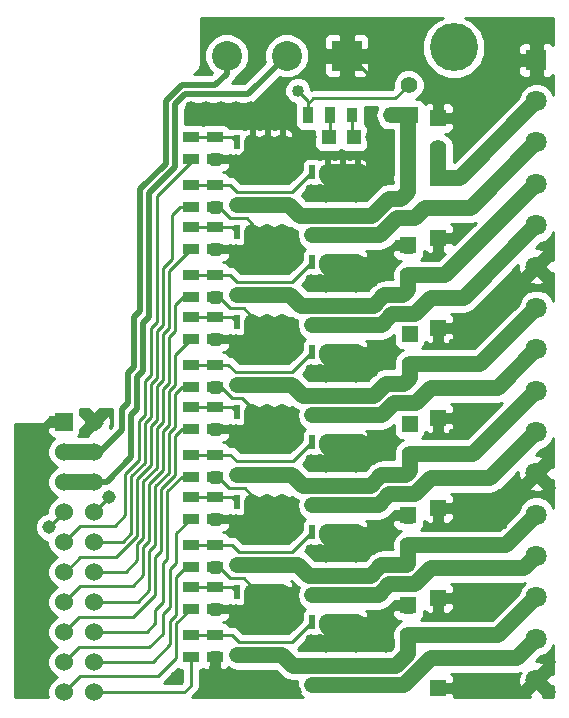
<source format=gtl>
G04 (created by PCBNEW (2013-07-07 BZR 4022)-stable) date 12/03/2014 13:56:11*
%MOIN*%
G04 Gerber Fmt 3.4, Leading zero omitted, Abs format*
%FSLAX34Y34*%
G01*
G70*
G90*
G04 APERTURE LIST*
%ADD10C,0.00590551*%
%ADD11C,0.0708661*%
%ADD12R,0.0708661X0.0708661*%
%ADD13R,0.06X0.06*%
%ADD14C,0.06*%
%ADD15R,0.055X0.035*%
%ADD16R,0.055X0.055*%
%ADD17C,0.055*%
%ADD18R,0.02X0.045*%
%ADD19R,0.1X0.1*%
%ADD20C,0.1*%
%ADD21R,0.038X0.05*%
%ADD22R,0.035X0.055*%
%ADD23R,0.0472X0.0472*%
%ADD24C,0.045*%
%ADD25C,0.16*%
%ADD26C,0.04*%
%ADD27C,0.02*%
%ADD28C,0.0544*%
%ADD29C,0.01*%
G04 APERTURE END LIST*
G54D10*
G54D11*
X85750Y-58584D03*
X85750Y-57206D03*
G54D12*
X85750Y-37915D03*
G54D11*
X85750Y-39293D03*
X85750Y-40671D03*
X85750Y-42049D03*
X85750Y-43427D03*
X85750Y-44805D03*
X85750Y-46183D03*
X85750Y-47561D03*
X85750Y-48938D03*
X85750Y-50316D03*
X85750Y-51694D03*
X85750Y-53072D03*
X85750Y-54450D03*
X85750Y-55828D03*
G54D13*
X70000Y-49984D03*
G54D14*
X71000Y-49984D03*
X70000Y-50984D03*
X71000Y-50984D03*
X70000Y-51984D03*
X71000Y-51984D03*
X70000Y-52984D03*
X71000Y-52984D03*
X70000Y-53984D03*
X71000Y-53984D03*
X70000Y-54984D03*
X71000Y-54984D03*
X70000Y-55984D03*
X71000Y-55984D03*
X70000Y-56984D03*
X71000Y-56984D03*
X70000Y-57984D03*
X71000Y-57984D03*
X70000Y-58984D03*
X71000Y-58984D03*
G54D15*
X74225Y-40475D03*
X74225Y-41225D03*
X74225Y-42075D03*
X74225Y-42825D03*
X74225Y-43475D03*
X74225Y-44225D03*
X74225Y-45075D03*
X74225Y-45825D03*
X74225Y-46475D03*
X74225Y-47225D03*
X74225Y-48075D03*
X74225Y-48825D03*
G54D16*
X81475Y-53100D03*
G54D17*
X81475Y-54100D03*
G54D16*
X81475Y-44100D03*
G54D17*
X81475Y-45100D03*
G54D16*
X82475Y-52850D03*
G54D17*
X82475Y-51850D03*
G54D16*
X82475Y-43850D03*
G54D17*
X82475Y-42850D03*
G54D16*
X81525Y-50050D03*
G54D17*
X81525Y-51050D03*
G54D16*
X82475Y-39850D03*
G54D17*
X82475Y-40850D03*
G54D15*
X75025Y-47225D03*
X75025Y-46475D03*
X75025Y-48825D03*
X75025Y-48075D03*
X75025Y-44225D03*
X75025Y-43475D03*
X75025Y-45825D03*
X75025Y-45075D03*
X75025Y-42825D03*
X75025Y-42075D03*
X75025Y-41225D03*
X75025Y-40475D03*
G54D18*
X77275Y-48750D03*
X77275Y-46650D03*
X76775Y-48750D03*
X76275Y-48750D03*
X75775Y-48750D03*
X76775Y-46650D03*
X76275Y-46650D03*
X75775Y-46650D03*
X79775Y-49750D03*
X79775Y-47650D03*
X79275Y-49750D03*
X78775Y-49750D03*
X78275Y-49750D03*
X79275Y-47650D03*
X78775Y-47650D03*
X78275Y-47650D03*
X77275Y-45750D03*
X77275Y-43650D03*
X76775Y-45750D03*
X76275Y-45750D03*
X75775Y-45750D03*
X76775Y-43650D03*
X76275Y-43650D03*
X75775Y-43650D03*
X79775Y-43750D03*
X79775Y-41650D03*
X79275Y-43750D03*
X78775Y-43750D03*
X78275Y-43750D03*
X79275Y-41650D03*
X78775Y-41650D03*
X78275Y-41650D03*
X77275Y-42750D03*
X77275Y-40650D03*
X76775Y-42750D03*
X76275Y-42750D03*
X75775Y-42750D03*
X76775Y-40650D03*
X76275Y-40650D03*
X75775Y-40650D03*
X79775Y-46750D03*
X79775Y-44650D03*
X79275Y-46750D03*
X78775Y-46750D03*
X78275Y-46750D03*
X79275Y-44650D03*
X78775Y-44650D03*
X78275Y-44650D03*
X77275Y-54750D03*
X77275Y-52650D03*
X76775Y-54750D03*
X76275Y-54750D03*
X75775Y-54750D03*
X76775Y-52650D03*
X76275Y-52650D03*
X75775Y-52650D03*
X79775Y-58750D03*
X79775Y-56650D03*
X79275Y-58750D03*
X78775Y-58750D03*
X78275Y-58750D03*
X79275Y-56650D03*
X78775Y-56650D03*
X78275Y-56650D03*
X77275Y-57750D03*
X77275Y-55650D03*
X76775Y-57750D03*
X76275Y-57750D03*
X75775Y-57750D03*
X76775Y-55650D03*
X76275Y-55650D03*
X75775Y-55650D03*
X79775Y-55750D03*
X79775Y-53650D03*
X79275Y-55750D03*
X78775Y-55750D03*
X78275Y-55750D03*
X79275Y-53650D03*
X78775Y-53650D03*
X78275Y-53650D03*
X77275Y-51750D03*
X77275Y-49650D03*
X76775Y-51750D03*
X76275Y-51750D03*
X75775Y-51750D03*
X76775Y-49650D03*
X76275Y-49650D03*
X75775Y-49650D03*
X79775Y-52750D03*
X79775Y-50650D03*
X79275Y-52750D03*
X78775Y-52750D03*
X78275Y-52750D03*
X79275Y-50650D03*
X78775Y-50650D03*
X78275Y-50650D03*
G54D15*
X75025Y-57825D03*
X75025Y-57075D03*
X75025Y-56225D03*
X75025Y-55475D03*
X75025Y-53225D03*
X75025Y-52475D03*
X75025Y-54825D03*
X75025Y-54075D03*
X75025Y-50225D03*
X75025Y-49475D03*
X75025Y-51825D03*
X75025Y-51075D03*
G54D19*
X79425Y-37775D03*
G54D20*
X77425Y-37775D03*
X75425Y-37775D03*
G54D21*
X79610Y-39740D03*
X80900Y-39740D03*
G54D22*
X78125Y-39750D03*
X78875Y-39750D03*
G54D23*
X78837Y-40500D03*
X79663Y-40500D03*
G54D16*
X82475Y-46850D03*
G54D17*
X82475Y-45850D03*
G54D16*
X82475Y-55850D03*
G54D17*
X82475Y-54850D03*
G54D16*
X81525Y-47050D03*
G54D17*
X81525Y-48050D03*
G54D16*
X81475Y-56100D03*
G54D17*
X81475Y-57100D03*
G54D16*
X82475Y-49850D03*
G54D17*
X82475Y-48850D03*
G54D16*
X82475Y-58850D03*
G54D17*
X82475Y-57850D03*
G54D16*
X81525Y-39750D03*
G54D17*
X81500Y-38750D03*
G54D16*
X82475Y-41850D03*
G54D17*
X81475Y-41850D03*
G54D15*
X74225Y-49475D03*
X74225Y-50225D03*
X74225Y-51075D03*
X74225Y-51825D03*
X74225Y-52475D03*
X74225Y-53225D03*
X74225Y-54075D03*
X74225Y-54825D03*
X74225Y-55475D03*
X74225Y-56225D03*
X74225Y-57075D03*
X74225Y-57825D03*
G54D24*
X69500Y-53500D03*
X71500Y-52500D03*
G54D25*
X83000Y-37500D03*
G54D26*
X77800Y-38950D03*
X79000Y-38750D03*
X79750Y-38750D03*
X80500Y-38750D03*
X78500Y-38250D03*
X78500Y-37500D03*
X78250Y-36750D03*
X79000Y-36750D03*
X79750Y-36750D03*
X81500Y-37000D03*
X80500Y-37000D03*
X80500Y-38000D03*
X81000Y-37500D03*
X81500Y-38000D03*
X82500Y-39000D03*
X83250Y-39000D03*
X86000Y-36750D03*
X84500Y-36750D03*
X85250Y-37000D03*
X84750Y-37500D03*
X84750Y-38250D03*
X84250Y-38750D03*
X85250Y-38750D03*
X84750Y-39250D03*
X83750Y-39250D03*
X84250Y-39750D03*
X83250Y-39750D03*
X83750Y-40250D03*
X83250Y-40750D03*
X83200Y-43600D03*
X83000Y-47400D03*
X83400Y-47000D03*
X83800Y-46600D03*
X84200Y-46200D03*
X84600Y-45800D03*
X85000Y-45400D03*
X83600Y-50200D03*
X83600Y-49600D03*
X84200Y-49600D03*
X83000Y-50400D03*
X84600Y-55800D03*
X84000Y-55800D03*
X83400Y-55800D03*
X83800Y-56400D03*
X83200Y-56400D03*
X83200Y-58600D03*
X83600Y-59000D03*
X84000Y-58600D03*
X84400Y-59000D03*
X84800Y-58600D03*
X85200Y-59000D03*
X86200Y-59000D03*
X86200Y-58000D03*
X84600Y-53400D03*
X84000Y-53400D03*
X83400Y-53200D03*
X83600Y-52600D03*
X84200Y-52800D03*
X84600Y-52400D03*
X85000Y-52800D03*
X85200Y-52200D03*
X86200Y-52200D03*
X75500Y-58500D03*
X76000Y-58500D03*
X76500Y-58500D03*
X77000Y-58500D03*
X77750Y-59000D03*
X77250Y-59000D03*
X76750Y-59000D03*
X76250Y-59000D03*
X75750Y-59000D03*
X75250Y-59000D03*
X74750Y-59000D03*
X69250Y-58500D03*
X75000Y-58250D03*
X73750Y-58500D03*
X74250Y-39500D03*
X74750Y-39500D03*
X76750Y-44250D03*
X77250Y-44250D03*
X77500Y-44750D03*
X77000Y-44750D03*
X77750Y-44250D03*
X77750Y-47250D03*
X77500Y-47750D03*
X77250Y-47250D03*
X77250Y-50250D03*
X77500Y-50750D03*
X77750Y-50250D03*
X77250Y-53250D03*
X77500Y-53750D03*
X77750Y-53250D03*
X77750Y-56250D03*
X77500Y-56750D03*
X77250Y-56250D03*
X78250Y-57250D03*
X78750Y-57500D03*
X78250Y-54250D03*
X78750Y-54500D03*
X78250Y-51250D03*
X78750Y-51500D03*
X78250Y-48250D03*
X78750Y-48500D03*
X78250Y-45250D03*
X78750Y-45500D03*
X78250Y-42250D03*
X78750Y-42500D03*
X80750Y-56500D03*
X80250Y-56750D03*
X80750Y-57000D03*
X80750Y-57500D03*
X80250Y-57250D03*
X79250Y-57250D03*
X79750Y-57500D03*
X75750Y-56250D03*
X76000Y-56750D03*
X76250Y-56250D03*
X76500Y-56750D03*
X76750Y-56250D03*
X77000Y-56750D03*
X80750Y-53500D03*
X79250Y-54250D03*
X79750Y-54500D03*
X80250Y-54250D03*
X80750Y-54000D03*
X80250Y-53750D03*
X77000Y-53750D03*
X76750Y-53250D03*
X76250Y-53250D03*
X76500Y-53750D03*
X75750Y-53250D03*
X76000Y-53750D03*
X80750Y-50500D03*
X79250Y-51250D03*
X79750Y-51500D03*
X80250Y-51250D03*
X80750Y-51000D03*
X80250Y-50750D03*
X77000Y-50750D03*
X76750Y-50250D03*
X76250Y-50250D03*
X76500Y-50750D03*
X75750Y-50250D03*
X76000Y-50750D03*
X80750Y-47500D03*
X80250Y-47750D03*
X80750Y-48000D03*
X80250Y-48250D03*
X79250Y-48250D03*
X79750Y-48500D03*
X77000Y-47750D03*
X76750Y-47250D03*
X76250Y-47250D03*
X76500Y-47750D03*
X75750Y-47250D03*
X76000Y-47750D03*
X80750Y-44500D03*
X80250Y-44750D03*
X80750Y-45000D03*
X80250Y-45250D03*
X79250Y-45250D03*
X79750Y-45500D03*
X76250Y-44250D03*
X76500Y-44750D03*
X75750Y-44250D03*
X76000Y-44750D03*
X80250Y-41000D03*
X80250Y-40500D03*
X80750Y-40750D03*
X80250Y-41500D03*
X80750Y-41750D03*
X80250Y-42000D03*
X79250Y-42250D03*
X79750Y-42500D03*
X75500Y-40000D03*
X75250Y-39500D03*
X75750Y-39500D03*
X76250Y-39500D03*
X76750Y-39500D03*
X77250Y-39500D03*
X77500Y-40000D03*
X77000Y-40000D03*
X76500Y-40000D03*
X76000Y-40000D03*
X78250Y-41000D03*
X78250Y-40500D03*
X77750Y-40750D03*
X77750Y-41250D03*
X76750Y-41250D03*
X77250Y-41250D03*
X77500Y-41750D03*
X76000Y-41750D03*
X76500Y-41750D03*
X77000Y-41750D03*
X76250Y-41250D03*
X75750Y-41250D03*
G54D27*
X71000Y-51984D02*
X71432Y-51984D01*
X76150Y-39050D02*
X77425Y-37775D01*
X74050Y-39050D02*
X76150Y-39050D01*
X73700Y-39400D02*
X74050Y-39050D01*
X73700Y-41496D02*
X73700Y-39400D01*
X72849Y-42346D02*
X73700Y-41496D01*
X72849Y-46500D02*
X72849Y-42346D01*
X72649Y-46700D02*
X72849Y-46500D01*
X72649Y-48300D02*
X72649Y-46700D01*
X72449Y-48500D02*
X72649Y-48300D01*
X72449Y-49550D02*
X72449Y-48500D01*
X72249Y-49750D02*
X72449Y-49550D01*
X72249Y-51166D02*
X72249Y-49750D01*
X71432Y-51984D02*
X72249Y-51166D01*
G54D28*
X70000Y-51984D02*
X71000Y-51984D01*
G54D27*
X75425Y-37775D02*
X75425Y-38375D01*
X71216Y-50984D02*
X71000Y-50984D01*
X71949Y-50250D02*
X71216Y-50984D01*
X71949Y-49550D02*
X71949Y-50250D01*
X72149Y-49350D02*
X71949Y-49550D01*
X72149Y-48350D02*
X72149Y-49350D01*
X72349Y-48150D02*
X72149Y-48350D01*
X72349Y-46500D02*
X72349Y-48150D01*
X72549Y-46300D02*
X72349Y-46500D01*
X72549Y-42222D02*
X72549Y-46300D01*
X73399Y-41372D02*
X72549Y-42222D01*
X73399Y-39275D02*
X73399Y-41372D01*
X73925Y-38749D02*
X73399Y-39275D01*
X75050Y-38749D02*
X73925Y-38749D01*
X75425Y-38375D02*
X75050Y-38749D01*
G54D29*
X78125Y-39750D02*
X78125Y-39275D01*
X78125Y-39275D02*
X77800Y-38950D01*
X78125Y-39750D02*
X78125Y-39375D01*
X81050Y-39200D02*
X81500Y-38750D01*
X78300Y-39200D02*
X81050Y-39200D01*
X78125Y-39375D02*
X78300Y-39200D01*
G54D28*
X70000Y-50984D02*
X71000Y-50984D01*
X81515Y-39740D02*
X81525Y-39750D01*
X81475Y-41850D02*
X81475Y-39800D01*
X81475Y-39800D02*
X81525Y-39750D01*
X77275Y-42750D02*
X77500Y-42750D01*
X81475Y-42325D02*
X81475Y-41850D01*
X81250Y-42550D02*
X81475Y-42325D01*
X80839Y-42550D02*
X81250Y-42550D01*
X80283Y-43105D02*
X80839Y-42550D01*
X77855Y-43105D02*
X80283Y-43105D01*
X77500Y-42750D02*
X77855Y-43105D01*
X75775Y-42750D02*
X76275Y-42750D01*
X76275Y-42750D02*
X76775Y-42750D01*
X76775Y-42750D02*
X77275Y-42750D01*
X80900Y-39740D02*
X81515Y-39740D01*
X82475Y-41850D02*
X83193Y-41850D01*
X83193Y-41850D02*
X85750Y-39293D01*
X82475Y-40850D02*
X82475Y-41850D01*
G54D29*
X74225Y-41325D02*
X74225Y-41225D01*
X73099Y-42450D02*
X74225Y-41325D01*
X73099Y-46667D02*
X73099Y-42450D01*
X72899Y-46867D02*
X73099Y-46667D01*
X72899Y-48435D02*
X72899Y-46867D01*
X72699Y-48635D02*
X72899Y-48435D01*
X72699Y-49751D02*
X72699Y-48635D01*
X72499Y-49951D02*
X72699Y-49751D01*
X72499Y-51270D02*
X72499Y-49951D01*
X72049Y-51720D02*
X72499Y-51270D01*
X72049Y-53100D02*
X72049Y-51720D01*
X71699Y-53450D02*
X72049Y-53100D01*
X70550Y-53450D02*
X71699Y-53450D01*
X70000Y-53984D02*
X70016Y-53984D01*
X70016Y-53984D02*
X70550Y-53450D01*
G54D28*
X82475Y-42850D02*
X83571Y-42850D01*
X83571Y-42850D02*
X85750Y-40671D01*
X79775Y-43750D02*
X80550Y-43750D01*
X82050Y-42850D02*
X82475Y-42850D01*
X81700Y-43200D02*
X82050Y-42850D01*
X81100Y-43200D02*
X81700Y-43200D01*
X80550Y-43750D02*
X81100Y-43200D01*
X78275Y-43750D02*
X78775Y-43750D01*
X78775Y-43750D02*
X79275Y-43750D01*
X79275Y-43750D02*
X79775Y-43750D01*
G54D29*
X71000Y-53984D02*
X71967Y-53984D01*
X73875Y-42825D02*
X74225Y-42825D01*
X73600Y-43100D02*
X73875Y-42825D01*
X73600Y-44567D02*
X73600Y-43100D01*
X73299Y-44867D02*
X73600Y-44567D01*
X73299Y-46750D02*
X73299Y-44867D01*
X73099Y-46950D02*
X73299Y-46750D01*
X73099Y-48518D02*
X73099Y-46950D01*
X72899Y-48718D02*
X73099Y-48518D01*
X72899Y-49834D02*
X72899Y-48718D01*
X72699Y-50034D02*
X72899Y-49834D01*
X72699Y-51352D02*
X72699Y-50034D01*
X72249Y-51802D02*
X72699Y-51352D01*
X72249Y-53701D02*
X72249Y-51802D01*
X71967Y-53984D02*
X72249Y-53701D01*
G54D28*
X81475Y-45100D02*
X82699Y-45100D01*
X82699Y-45100D02*
X85750Y-42049D01*
X77275Y-45750D02*
X77550Y-45750D01*
X81475Y-45575D02*
X81475Y-45100D01*
X81294Y-45755D02*
X81475Y-45575D01*
X80683Y-45755D02*
X81294Y-45755D01*
X80333Y-46105D02*
X80683Y-45755D01*
X77905Y-46105D02*
X80333Y-46105D01*
X77550Y-45750D02*
X77905Y-46105D01*
X75775Y-45750D02*
X76275Y-45750D01*
X76275Y-45750D02*
X76775Y-45750D01*
X76775Y-45750D02*
X77275Y-45750D01*
G54D29*
X73499Y-44950D02*
X74225Y-44225D01*
X73499Y-46867D02*
X73499Y-44950D01*
X73299Y-47067D02*
X73499Y-46867D01*
X73299Y-48601D02*
X73299Y-47067D01*
X73099Y-48801D02*
X73299Y-48601D01*
X73099Y-49917D02*
X73099Y-48801D01*
X72899Y-50117D02*
X73099Y-49917D01*
X72899Y-51435D02*
X72899Y-50117D01*
X72449Y-51885D02*
X72899Y-51435D01*
X72449Y-53784D02*
X72449Y-51885D01*
X71734Y-54500D02*
X72449Y-53784D01*
X70550Y-54500D02*
X71734Y-54500D01*
X70000Y-54984D02*
X70066Y-54984D01*
X70066Y-54984D02*
X70550Y-54500D01*
G54D28*
X82475Y-45850D02*
X83327Y-45850D01*
X83327Y-45850D02*
X85750Y-43427D01*
X79775Y-46750D02*
X80600Y-46750D01*
X82250Y-45850D02*
X82475Y-45850D01*
X81700Y-46400D02*
X82250Y-45850D01*
X80950Y-46400D02*
X81700Y-46400D01*
X80600Y-46750D02*
X80950Y-46400D01*
X78275Y-46750D02*
X78775Y-46750D01*
X78775Y-46750D02*
X79275Y-46750D01*
X79275Y-46750D02*
X79775Y-46750D01*
G54D29*
X73975Y-45825D02*
X74225Y-45825D01*
X73700Y-46100D02*
X73975Y-45825D01*
X73700Y-46950D02*
X73700Y-46100D01*
X73499Y-47150D02*
X73700Y-46950D01*
X73499Y-48684D02*
X73499Y-47150D01*
X73299Y-48884D02*
X73499Y-48684D01*
X73299Y-50000D02*
X73299Y-48884D01*
X73099Y-50200D02*
X73299Y-50000D01*
X73099Y-51518D02*
X73099Y-50200D01*
X72649Y-51968D02*
X73099Y-51518D01*
X72649Y-53867D02*
X72649Y-51968D01*
X72449Y-54067D02*
X72649Y-53867D01*
X72449Y-54600D02*
X72449Y-54067D01*
X72065Y-54984D02*
X72449Y-54600D01*
X71000Y-54984D02*
X72065Y-54984D01*
G54D28*
X81525Y-48050D02*
X83883Y-48050D01*
X83883Y-48050D02*
X85750Y-46183D01*
X77275Y-48750D02*
X77600Y-48750D01*
X81525Y-48525D02*
X81525Y-48050D01*
X81344Y-48705D02*
X81525Y-48525D01*
X80733Y-48705D02*
X81344Y-48705D01*
X80333Y-49105D02*
X80733Y-48705D01*
X77955Y-49105D02*
X80333Y-49105D01*
X77600Y-48750D02*
X77955Y-49105D01*
X75775Y-48750D02*
X76275Y-48750D01*
X76275Y-48750D02*
X76775Y-48750D01*
X76775Y-48750D02*
X77275Y-48750D01*
G54D29*
X73700Y-47750D02*
X74225Y-47225D01*
X73700Y-48767D02*
X73700Y-47750D01*
X73499Y-48967D02*
X73700Y-48767D01*
X73499Y-50084D02*
X73499Y-48967D01*
X73299Y-50284D02*
X73499Y-50084D01*
X73299Y-51601D02*
X73299Y-50284D01*
X72849Y-52051D02*
X73299Y-51601D01*
X72849Y-53950D02*
X72849Y-52051D01*
X72649Y-54150D02*
X72849Y-53950D01*
X72649Y-55100D02*
X72649Y-54150D01*
X72300Y-55450D02*
X72649Y-55100D01*
X70550Y-55450D02*
X72300Y-55450D01*
X70000Y-55984D02*
X70016Y-55984D01*
X70016Y-55984D02*
X70550Y-55450D01*
G54D28*
X82475Y-48850D02*
X84461Y-48850D01*
X84461Y-48850D02*
X85750Y-47561D01*
X79775Y-49750D02*
X80600Y-49750D01*
X82250Y-48850D02*
X82475Y-48850D01*
X81750Y-49350D02*
X82250Y-48850D01*
X81000Y-49350D02*
X81750Y-49350D01*
X80600Y-49750D02*
X81000Y-49350D01*
X78275Y-49750D02*
X78775Y-49750D01*
X78775Y-49750D02*
X79275Y-49750D01*
X79275Y-49750D02*
X79775Y-49750D01*
G54D29*
X71000Y-55984D02*
X72466Y-55984D01*
X72466Y-55984D02*
X72849Y-55600D01*
X72849Y-55600D02*
X72849Y-54300D01*
X72849Y-54300D02*
X73049Y-54100D01*
X73049Y-54100D02*
X73049Y-52134D01*
X73049Y-52134D02*
X73499Y-51684D01*
X73499Y-51684D02*
X73499Y-50367D01*
X73499Y-50367D02*
X73700Y-50167D01*
X73925Y-48825D02*
X74225Y-48825D01*
X73700Y-49050D02*
X73925Y-48825D01*
X73700Y-50167D02*
X73700Y-49050D01*
G54D28*
X81525Y-51050D02*
X83638Y-51050D01*
X83638Y-51050D02*
X85750Y-48938D01*
X77275Y-51750D02*
X77600Y-51750D01*
X81525Y-51625D02*
X81525Y-51050D01*
X81394Y-51755D02*
X81525Y-51625D01*
X80583Y-51755D02*
X81394Y-51755D01*
X80233Y-52105D02*
X80583Y-51755D01*
X77955Y-52105D02*
X80233Y-52105D01*
X77600Y-51750D02*
X77955Y-52105D01*
X75775Y-51750D02*
X76275Y-51750D01*
X76275Y-51750D02*
X76775Y-51750D01*
X76775Y-51750D02*
X77275Y-51750D01*
G54D29*
X73925Y-50225D02*
X74225Y-50225D01*
X73700Y-50450D02*
X73925Y-50225D01*
X73700Y-51767D02*
X73700Y-50450D01*
X73249Y-52217D02*
X73700Y-51767D01*
X73249Y-54300D02*
X73249Y-52217D01*
X73050Y-54500D02*
X73249Y-54300D01*
X73050Y-55750D02*
X73050Y-54500D01*
X72300Y-56500D02*
X73050Y-55750D01*
X70500Y-56500D02*
X72300Y-56500D01*
X70000Y-56984D02*
X70016Y-56984D01*
X70016Y-56984D02*
X70500Y-56500D01*
G54D28*
X82475Y-51850D02*
X84216Y-51850D01*
X84216Y-51850D02*
X85750Y-50316D01*
X79775Y-52750D02*
X80500Y-52750D01*
X82250Y-51850D02*
X82475Y-51850D01*
X81700Y-52400D02*
X82250Y-51850D01*
X80850Y-52400D02*
X81700Y-52400D01*
X80500Y-52750D02*
X80850Y-52400D01*
X78275Y-52750D02*
X78775Y-52750D01*
X78775Y-52750D02*
X79275Y-52750D01*
X79275Y-52750D02*
X79775Y-52750D01*
G54D29*
X71000Y-56984D02*
X72765Y-56984D01*
X72765Y-56984D02*
X73050Y-56699D01*
X73050Y-56699D02*
X73050Y-56250D01*
X73050Y-56250D02*
X73300Y-56000D01*
X73300Y-56000D02*
X73300Y-54700D01*
X73300Y-54700D02*
X73450Y-54550D01*
X73450Y-54550D02*
X73450Y-52300D01*
X73450Y-52300D02*
X73925Y-51825D01*
X73925Y-51825D02*
X74225Y-51825D01*
G54D28*
X81475Y-54100D02*
X84722Y-54100D01*
X84722Y-54100D02*
X85750Y-53072D01*
X77275Y-54750D02*
X77800Y-54750D01*
X81475Y-54714D02*
X81475Y-54100D01*
X81433Y-54755D02*
X81475Y-54714D01*
X80583Y-54755D02*
X81433Y-54755D01*
X80233Y-55105D02*
X80583Y-54755D01*
X78155Y-55105D02*
X80233Y-55105D01*
X77800Y-54750D02*
X78155Y-55105D01*
X75775Y-54750D02*
X76275Y-54750D01*
X76275Y-54750D02*
X76775Y-54750D01*
X76775Y-54750D02*
X77275Y-54750D01*
G54D29*
X70000Y-57984D02*
X70016Y-57984D01*
X70016Y-57984D02*
X70500Y-57500D01*
X70500Y-57500D02*
X72850Y-57500D01*
X72850Y-57500D02*
X73300Y-57050D01*
X73300Y-57050D02*
X73300Y-56400D01*
X73300Y-56400D02*
X73549Y-56150D01*
X73549Y-56150D02*
X73549Y-54900D01*
X73549Y-54900D02*
X73750Y-54700D01*
X73750Y-53700D02*
X74225Y-53225D01*
X73750Y-54700D02*
X73750Y-53700D01*
G54D28*
X82475Y-54850D02*
X85350Y-54850D01*
X85350Y-54850D02*
X85750Y-54450D01*
X79775Y-55750D02*
X80500Y-55750D01*
X82250Y-54850D02*
X82475Y-54850D01*
X81700Y-55400D02*
X82250Y-54850D01*
X80850Y-55400D02*
X81700Y-55400D01*
X80500Y-55750D02*
X80850Y-55400D01*
X78275Y-55750D02*
X78775Y-55750D01*
X78775Y-55750D02*
X79275Y-55750D01*
X79275Y-55750D02*
X79775Y-55750D01*
G54D29*
X71000Y-57984D02*
X72966Y-57984D01*
X72966Y-57984D02*
X73549Y-57400D01*
X73549Y-57400D02*
X73549Y-56617D01*
X73549Y-56617D02*
X73750Y-56417D01*
X73750Y-56417D02*
X73750Y-55150D01*
X74075Y-54825D02*
X74225Y-54825D01*
X73750Y-55150D02*
X74075Y-54825D01*
G54D28*
X81475Y-57100D02*
X84478Y-57100D01*
X84478Y-57100D02*
X85750Y-55828D01*
X81475Y-57100D02*
X81475Y-57714D01*
X77630Y-58105D02*
X77275Y-57750D01*
X81083Y-58105D02*
X77630Y-58105D01*
X81475Y-57714D02*
X81083Y-58105D01*
X75775Y-57750D02*
X76275Y-57750D01*
X76275Y-57750D02*
X76775Y-57750D01*
X76775Y-57750D02*
X77275Y-57750D01*
G54D29*
X70000Y-58984D02*
X70016Y-58984D01*
X70016Y-58984D02*
X70550Y-58450D01*
X70550Y-58450D02*
X73150Y-58450D01*
X73150Y-58450D02*
X73750Y-57850D01*
X73750Y-57850D02*
X73750Y-56700D01*
X73750Y-56700D02*
X74225Y-56225D01*
G54D28*
X82475Y-57850D02*
X85106Y-57850D01*
X85106Y-57850D02*
X85750Y-57206D01*
X79775Y-58750D02*
X81350Y-58750D01*
X82250Y-57850D02*
X82475Y-57850D01*
X81350Y-58750D02*
X82250Y-57850D01*
X78275Y-58750D02*
X78775Y-58750D01*
X78775Y-58750D02*
X79275Y-58750D01*
X79275Y-58750D02*
X79775Y-58750D01*
G54D29*
X71000Y-58984D02*
X74016Y-58984D01*
X74016Y-58984D02*
X74225Y-58775D01*
X74225Y-58775D02*
X74225Y-57825D01*
X70000Y-52984D02*
X70000Y-53000D01*
X70000Y-53000D02*
X69500Y-53500D01*
X71000Y-52984D02*
X71016Y-52984D01*
X71016Y-52984D02*
X71500Y-52500D01*
X79425Y-37775D02*
X79525Y-37775D01*
X79750Y-38750D02*
X79000Y-38750D01*
X79525Y-37775D02*
X80500Y-38750D01*
X83750Y-39250D02*
X83500Y-39250D01*
X78500Y-37000D02*
X78500Y-37500D01*
X78250Y-36750D02*
X78500Y-37000D01*
X79750Y-36750D02*
X79000Y-36750D01*
X80500Y-37000D02*
X81500Y-37000D01*
X81000Y-37500D02*
X80500Y-38000D01*
X82500Y-39000D02*
X81500Y-38000D01*
X83500Y-39250D02*
X83250Y-39000D01*
X85000Y-36750D02*
X84500Y-36750D01*
X85250Y-37000D02*
X85000Y-36750D01*
X84750Y-38250D02*
X84750Y-37500D01*
X85250Y-38750D02*
X84250Y-38750D01*
X83750Y-39250D02*
X84750Y-39250D01*
X83250Y-39750D02*
X84250Y-39750D01*
X83250Y-40750D02*
X83750Y-40250D01*
X82475Y-43850D02*
X82950Y-43850D01*
X82950Y-43850D02*
X83200Y-43600D01*
X83000Y-47400D02*
X83400Y-47000D01*
X83800Y-46600D02*
X84200Y-46200D01*
X84600Y-45800D02*
X85000Y-45400D01*
X83600Y-49600D02*
X83600Y-50200D01*
X83800Y-49600D02*
X84200Y-49600D01*
X83000Y-50400D02*
X83800Y-49600D01*
X83400Y-55800D02*
X84000Y-55800D01*
X83200Y-56400D02*
X83800Y-56400D01*
X82475Y-58850D02*
X82950Y-58850D01*
X82950Y-58850D02*
X83200Y-58600D01*
X85750Y-58584D02*
X85784Y-58584D01*
X83450Y-58850D02*
X82475Y-58850D01*
X83600Y-59000D02*
X83450Y-58850D01*
X84400Y-59000D02*
X84000Y-58600D01*
X85200Y-59000D02*
X84800Y-58600D01*
X85784Y-58584D02*
X86200Y-59000D01*
X85750Y-51694D02*
X85750Y-51750D01*
X84000Y-53400D02*
X84600Y-53400D01*
X83400Y-52800D02*
X83400Y-53200D01*
X83600Y-52600D02*
X83400Y-52800D01*
X84600Y-52400D02*
X84200Y-52800D01*
X85000Y-52400D02*
X85000Y-52800D01*
X85200Y-52200D02*
X85000Y-52400D01*
X85750Y-51750D02*
X86200Y-52200D01*
X76500Y-58500D02*
X76000Y-58500D01*
X77500Y-59000D02*
X77000Y-58500D01*
X77750Y-59000D02*
X77500Y-59000D01*
X76750Y-59000D02*
X77250Y-59000D01*
X75750Y-59000D02*
X76250Y-59000D01*
X74750Y-59000D02*
X75250Y-59000D01*
X75025Y-58225D02*
X75000Y-58250D01*
X75025Y-57825D02*
X75025Y-58225D01*
X75250Y-39500D02*
X74750Y-39500D01*
G54D28*
X77250Y-53250D02*
X77250Y-53125D01*
X77250Y-53125D02*
X76775Y-52650D01*
X77250Y-50250D02*
X77250Y-50125D01*
X77250Y-50125D02*
X76775Y-49650D01*
X77250Y-47250D02*
X77250Y-47125D01*
X77250Y-47125D02*
X76775Y-46650D01*
X77250Y-44250D02*
X77250Y-44125D01*
X77250Y-44125D02*
X76775Y-43650D01*
X77275Y-43650D02*
X77275Y-43775D01*
G54D29*
X77750Y-44500D02*
X77750Y-44250D01*
X77500Y-44750D02*
X77750Y-44500D01*
X77000Y-44500D02*
X77000Y-44750D01*
X77000Y-44500D02*
X77250Y-44250D01*
G54D28*
X77275Y-43775D02*
X77750Y-44250D01*
X77275Y-46650D02*
X77275Y-46775D01*
X77275Y-46775D02*
X77750Y-47250D01*
G54D29*
X77750Y-47500D02*
X77750Y-47250D01*
X77500Y-47750D02*
X77750Y-47500D01*
G54D28*
X77275Y-40650D02*
X77275Y-40775D01*
X77275Y-40775D02*
X77750Y-41250D01*
X77275Y-49650D02*
X77275Y-49775D01*
G54D29*
X77500Y-50750D02*
X77750Y-50500D01*
X77750Y-50500D02*
X77750Y-50250D01*
G54D28*
X77275Y-49775D02*
X77750Y-50250D01*
X77275Y-52650D02*
X77275Y-52775D01*
G54D29*
X77500Y-53750D02*
X77750Y-53500D01*
X77750Y-53500D02*
X77750Y-53250D01*
G54D28*
X77275Y-52775D02*
X77750Y-53250D01*
X77275Y-55650D02*
X77275Y-55775D01*
G54D29*
X77750Y-56500D02*
X77750Y-56250D01*
X77500Y-56750D02*
X77750Y-56500D01*
G54D28*
X77275Y-55775D02*
X77750Y-56250D01*
X79775Y-56650D02*
X79775Y-56775D01*
X79775Y-56775D02*
X80250Y-57250D01*
X79775Y-53650D02*
X79775Y-53775D01*
X79775Y-53775D02*
X80000Y-54000D01*
X79775Y-50650D02*
X79900Y-50650D01*
X79900Y-50650D02*
X80250Y-51000D01*
X79775Y-47650D02*
X79775Y-47775D01*
X79775Y-47775D02*
X80250Y-48250D01*
X79775Y-44650D02*
X79775Y-44775D01*
X79775Y-44775D02*
X80250Y-45250D01*
X79775Y-41650D02*
X79900Y-41650D01*
X79900Y-41650D02*
X80250Y-42000D01*
X76275Y-49650D02*
X76275Y-50225D01*
X76275Y-50225D02*
X76250Y-50250D01*
X76775Y-49650D02*
X76775Y-50225D01*
X76775Y-50225D02*
X76750Y-50250D01*
G54D29*
X75025Y-50225D02*
X75725Y-50225D01*
X75725Y-50225D02*
X75750Y-50250D01*
X79250Y-57250D02*
X79000Y-57250D01*
X79000Y-57250D02*
X78750Y-57500D01*
X79250Y-54250D02*
X79000Y-54250D01*
X79000Y-54250D02*
X78750Y-54500D01*
X79250Y-51250D02*
X79000Y-51250D01*
X79000Y-51250D02*
X78750Y-51500D01*
X79250Y-48250D02*
X79000Y-48250D01*
X79000Y-48250D02*
X78750Y-48500D01*
X79250Y-45250D02*
X79000Y-45250D01*
X79000Y-45250D02*
X78750Y-45500D01*
X79250Y-42250D02*
X79000Y-42250D01*
X79000Y-42250D02*
X78750Y-42500D01*
G54D28*
X78775Y-41650D02*
X78775Y-41775D01*
X78775Y-41775D02*
X79250Y-42250D01*
X78775Y-41650D02*
X79775Y-41650D01*
X79775Y-41650D02*
X79250Y-42175D01*
X79250Y-42175D02*
X79250Y-42250D01*
X78775Y-44650D02*
X78775Y-44775D01*
X78775Y-44775D02*
X79250Y-45250D01*
X78775Y-44650D02*
X79775Y-44650D01*
X79775Y-44650D02*
X79250Y-45175D01*
X79250Y-45175D02*
X79250Y-45250D01*
X76775Y-43650D02*
X76775Y-44225D01*
X76775Y-44225D02*
X76750Y-44250D01*
X76275Y-43650D02*
X76275Y-44225D01*
X76275Y-44225D02*
X76250Y-44250D01*
X77275Y-40650D02*
X77275Y-41225D01*
X77275Y-41225D02*
X77250Y-41250D01*
X76775Y-40650D02*
X76775Y-41225D01*
X76775Y-41225D02*
X76750Y-41250D01*
X76275Y-40650D02*
X76275Y-41225D01*
X76275Y-41225D02*
X76250Y-41250D01*
X76275Y-46650D02*
X76275Y-47225D01*
X76275Y-47225D02*
X76250Y-47250D01*
X76775Y-46650D02*
X76775Y-47225D01*
X76775Y-47225D02*
X76750Y-47250D01*
X78775Y-47650D02*
X78775Y-47775D01*
X78775Y-47775D02*
X79250Y-48250D01*
X78775Y-47650D02*
X79775Y-47650D01*
X79775Y-47650D02*
X79775Y-47725D01*
X79775Y-47725D02*
X79250Y-48250D01*
X76275Y-52650D02*
X76275Y-53225D01*
X76275Y-53225D02*
X76250Y-53250D01*
X76775Y-52650D02*
X76775Y-53225D01*
X76775Y-53225D02*
X76750Y-53250D01*
X76275Y-55650D02*
X76275Y-56225D01*
X76275Y-56225D02*
X76250Y-56250D01*
X77275Y-55650D02*
X77275Y-55725D01*
X77275Y-55725D02*
X76750Y-56250D01*
X76275Y-55650D02*
X76275Y-55775D01*
X76275Y-55775D02*
X76750Y-56250D01*
X76275Y-55650D02*
X77275Y-55650D01*
X78775Y-50650D02*
X78775Y-50775D01*
X78775Y-50775D02*
X79250Y-51250D01*
X78775Y-50650D02*
X79775Y-50650D01*
X79775Y-50650D02*
X79250Y-51175D01*
X79250Y-51175D02*
X79250Y-51250D01*
X78775Y-53650D02*
X78775Y-53775D01*
X78775Y-53775D02*
X79250Y-54250D01*
X78775Y-53650D02*
X79775Y-53650D01*
X79775Y-53650D02*
X79250Y-54175D01*
X79250Y-54175D02*
X79250Y-54250D01*
X78775Y-56650D02*
X78775Y-56775D01*
X78775Y-56775D02*
X79250Y-57250D01*
X78775Y-56650D02*
X79775Y-56650D01*
X79775Y-56650D02*
X79250Y-57175D01*
X79250Y-57175D02*
X79250Y-57250D01*
G54D29*
X76275Y-55650D02*
X76275Y-55475D01*
X75175Y-54825D02*
X75025Y-54825D01*
X75550Y-55200D02*
X75175Y-54825D01*
X76000Y-55200D02*
X75550Y-55200D01*
X76275Y-55475D02*
X76000Y-55200D01*
X75025Y-53225D02*
X75725Y-53225D01*
X75725Y-53225D02*
X75750Y-53250D01*
X76275Y-52650D02*
X76275Y-52447D01*
X75125Y-51825D02*
X75025Y-51825D01*
X75500Y-52200D02*
X75125Y-51825D01*
X76027Y-52200D02*
X75500Y-52200D01*
X76275Y-52447D02*
X76027Y-52200D01*
X76275Y-49650D02*
X76275Y-49525D01*
X75225Y-48825D02*
X75025Y-48825D01*
X75600Y-49200D02*
X75225Y-48825D01*
X75950Y-49200D02*
X75600Y-49200D01*
X76275Y-49525D02*
X75950Y-49200D01*
X75025Y-47225D02*
X75725Y-47225D01*
X75725Y-47225D02*
X75750Y-47250D01*
X76275Y-46650D02*
X76275Y-46475D01*
X75175Y-45825D02*
X75025Y-45825D01*
X75550Y-46200D02*
X75175Y-45825D01*
X76000Y-46200D02*
X75550Y-46200D01*
X76275Y-46475D02*
X76000Y-46200D01*
X75025Y-44225D02*
X75725Y-44225D01*
X75725Y-44225D02*
X75750Y-44250D01*
X76275Y-43650D02*
X76275Y-43375D01*
X75175Y-42825D02*
X75025Y-42825D01*
X75550Y-43200D02*
X75175Y-42825D01*
X76100Y-43200D02*
X75550Y-43200D01*
X76275Y-43375D02*
X76100Y-43200D01*
X75025Y-41225D02*
X75725Y-41225D01*
X75725Y-41225D02*
X75750Y-41250D01*
X80500Y-56500D02*
X80750Y-56500D01*
X80250Y-56750D02*
X80500Y-56500D01*
X80750Y-57500D02*
X80750Y-57000D01*
X80000Y-57250D02*
X80250Y-57250D01*
X79750Y-57500D02*
X80000Y-57250D01*
X76275Y-56225D02*
X76250Y-56250D01*
X76250Y-56250D02*
X75750Y-56250D01*
X76000Y-56750D02*
X76250Y-56500D01*
X76250Y-56500D02*
X76250Y-56250D01*
X76500Y-56750D02*
X76750Y-56500D01*
X76750Y-56500D02*
X76750Y-56250D01*
X77000Y-56750D02*
X77250Y-56500D01*
X77250Y-56500D02*
X77250Y-56250D01*
X79750Y-54500D02*
X80000Y-54250D01*
X80000Y-54250D02*
X80250Y-54250D01*
X80750Y-54000D02*
X80500Y-53750D01*
X80500Y-53750D02*
X80250Y-53750D01*
X76275Y-52650D02*
X76275Y-52975D01*
X77250Y-53500D02*
X77250Y-53250D01*
X77000Y-53750D02*
X77250Y-53500D01*
X76750Y-53500D02*
X76750Y-53250D01*
X76500Y-53750D02*
X76750Y-53500D01*
X76250Y-53500D02*
X76250Y-53250D01*
X76000Y-53750D02*
X76250Y-53500D01*
X76000Y-53250D02*
X75750Y-53250D01*
X76275Y-52975D02*
X76000Y-53250D01*
X79750Y-51500D02*
X80000Y-51250D01*
X80000Y-51250D02*
X80250Y-51250D01*
X80750Y-51000D02*
X80500Y-50750D01*
X80500Y-50750D02*
X80250Y-50750D01*
X76275Y-49650D02*
X76275Y-49975D01*
X77250Y-50500D02*
X77250Y-50250D01*
X77000Y-50750D02*
X77250Y-50500D01*
X76750Y-50500D02*
X76750Y-50250D01*
X76500Y-50750D02*
X76750Y-50500D01*
X76250Y-50500D02*
X76250Y-50250D01*
X76000Y-50750D02*
X76250Y-50500D01*
X76000Y-50250D02*
X75750Y-50250D01*
X76275Y-49975D02*
X76000Y-50250D01*
X80500Y-47750D02*
X80250Y-47750D01*
X80750Y-48000D02*
X80500Y-47750D01*
X80000Y-48250D02*
X80250Y-48250D01*
X79750Y-48500D02*
X80000Y-48250D01*
X76275Y-46650D02*
X76275Y-46975D01*
X77250Y-47500D02*
X77250Y-47250D01*
X77000Y-47750D02*
X77250Y-47500D01*
X76750Y-47500D02*
X76750Y-47250D01*
X76500Y-47750D02*
X76750Y-47500D01*
X76250Y-47500D02*
X76250Y-47250D01*
X76000Y-47750D02*
X76250Y-47500D01*
X76000Y-47250D02*
X75750Y-47250D01*
X76275Y-46975D02*
X76000Y-47250D01*
X80500Y-44750D02*
X80250Y-44750D01*
X80750Y-45000D02*
X80500Y-44750D01*
X80000Y-45250D02*
X80250Y-45250D01*
X79750Y-45500D02*
X80000Y-45250D01*
X76500Y-44750D02*
X76750Y-44500D01*
X76750Y-44500D02*
X76750Y-44250D01*
X76250Y-44500D02*
X76250Y-44250D01*
X76000Y-44750D02*
X76250Y-44500D01*
X76000Y-44250D02*
X75750Y-44250D01*
X76275Y-43975D02*
X76000Y-44250D01*
X76275Y-43650D02*
X76275Y-43975D01*
X80750Y-40750D02*
X80500Y-40750D01*
X80500Y-40750D02*
X80250Y-41000D01*
X80750Y-41750D02*
X80250Y-41500D01*
X79750Y-42500D02*
X80250Y-42000D01*
X76275Y-40650D02*
X76275Y-40275D01*
X75750Y-39500D02*
X75250Y-39500D01*
X76750Y-39500D02*
X76250Y-39500D01*
X77250Y-39750D02*
X77250Y-39500D01*
X77500Y-40000D02*
X77250Y-39750D01*
X76500Y-40000D02*
X77000Y-40000D01*
X76275Y-40275D02*
X76000Y-40000D01*
X76275Y-40650D02*
X76275Y-40725D01*
X78000Y-40500D02*
X78250Y-40500D01*
X77750Y-40750D02*
X78000Y-40500D01*
X76250Y-41250D02*
X76750Y-41250D01*
X77250Y-41250D02*
X77000Y-41500D01*
X77750Y-41500D02*
X77750Y-41250D01*
X77500Y-41750D02*
X77750Y-41500D01*
X76500Y-41750D02*
X76000Y-41750D01*
X77000Y-41500D02*
X77000Y-41750D01*
X76275Y-40725D02*
X75750Y-41250D01*
X75025Y-51075D02*
X75547Y-51075D01*
X77625Y-51300D02*
X78275Y-50650D01*
X75772Y-51300D02*
X77625Y-51300D01*
X75547Y-51075D02*
X75772Y-51300D01*
X75025Y-51075D02*
X74225Y-51075D01*
X75025Y-45075D02*
X75522Y-45075D01*
X77597Y-45327D02*
X78275Y-44650D01*
X75775Y-45327D02*
X77597Y-45327D01*
X75522Y-45075D02*
X75775Y-45327D01*
X75025Y-45075D02*
X74225Y-45075D01*
X75025Y-48075D02*
X75475Y-48075D01*
X77597Y-48327D02*
X78275Y-47650D01*
X75727Y-48327D02*
X77597Y-48327D01*
X75475Y-48075D02*
X75727Y-48327D01*
X75025Y-48075D02*
X74225Y-48075D01*
X75025Y-42075D02*
X75522Y-42075D01*
X77597Y-42327D02*
X78275Y-41650D01*
X75775Y-42327D02*
X77597Y-42327D01*
X75522Y-42075D02*
X75775Y-42327D01*
X75025Y-42075D02*
X74225Y-42075D01*
X78875Y-39750D02*
X78875Y-40462D01*
X78875Y-40462D02*
X78837Y-40500D01*
X75025Y-54075D02*
X75597Y-54075D01*
X77597Y-54327D02*
X78275Y-53650D01*
X75850Y-54327D02*
X77597Y-54327D01*
X75597Y-54075D02*
X75850Y-54327D01*
X75025Y-54075D02*
X74225Y-54075D01*
X79610Y-39740D02*
X79610Y-40447D01*
X79610Y-40447D02*
X79663Y-40500D01*
X75025Y-57075D02*
X75597Y-57075D01*
X77597Y-57327D02*
X78275Y-56650D01*
X75850Y-57327D02*
X77597Y-57327D01*
X75597Y-57075D02*
X75850Y-57327D01*
X75025Y-57075D02*
X74225Y-57075D01*
X75025Y-40475D02*
X75600Y-40475D01*
X75600Y-40475D02*
X75775Y-40650D01*
X75025Y-40475D02*
X74225Y-40475D01*
X75025Y-46475D02*
X75600Y-46475D01*
X75600Y-46475D02*
X75775Y-46650D01*
X75025Y-46475D02*
X74225Y-46475D01*
X75025Y-43475D02*
X75600Y-43475D01*
X75600Y-43475D02*
X75775Y-43650D01*
X75025Y-43475D02*
X74225Y-43475D01*
X75025Y-52475D02*
X75600Y-52475D01*
X75600Y-52475D02*
X75775Y-52650D01*
X75025Y-52475D02*
X74225Y-52475D01*
X75025Y-49475D02*
X75600Y-49475D01*
X75600Y-49475D02*
X75775Y-49650D01*
X75025Y-49475D02*
X74225Y-49475D01*
X75025Y-55475D02*
X75600Y-55475D01*
X75600Y-55475D02*
X75775Y-55650D01*
X75025Y-55475D02*
X74225Y-55475D01*
G54D10*
G36*
X70207Y-50134D02*
X70150Y-50134D01*
X70150Y-50191D01*
X69850Y-50191D01*
X69850Y-50134D01*
X69512Y-50134D01*
X69450Y-50196D01*
X69449Y-50333D01*
X69487Y-50425D01*
X69558Y-50495D01*
X69650Y-50533D01*
X69672Y-50533D01*
X69534Y-50672D01*
X69450Y-50874D01*
X69449Y-51092D01*
X69533Y-51295D01*
X69688Y-51449D01*
X69769Y-51483D01*
X69688Y-51517D01*
X69534Y-51672D01*
X69450Y-51874D01*
X69449Y-52092D01*
X69533Y-52295D01*
X69688Y-52449D01*
X69769Y-52483D01*
X69688Y-52517D01*
X69534Y-52672D01*
X69450Y-52874D01*
X69449Y-53024D01*
X69405Y-53024D01*
X69231Y-53097D01*
X69097Y-53230D01*
X69025Y-53405D01*
X69024Y-53594D01*
X69097Y-53768D01*
X69230Y-53902D01*
X69405Y-53974D01*
X69450Y-53974D01*
X69449Y-54092D01*
X69533Y-54295D01*
X69688Y-54449D01*
X69769Y-54483D01*
X69688Y-54517D01*
X69534Y-54672D01*
X69450Y-54874D01*
X69449Y-55092D01*
X69533Y-55295D01*
X69688Y-55449D01*
X69769Y-55483D01*
X69688Y-55517D01*
X69534Y-55672D01*
X69450Y-55874D01*
X69449Y-56092D01*
X69533Y-56295D01*
X69688Y-56449D01*
X69769Y-56483D01*
X69688Y-56517D01*
X69534Y-56672D01*
X69450Y-56874D01*
X69449Y-57092D01*
X69533Y-57295D01*
X69688Y-57449D01*
X69769Y-57483D01*
X69688Y-57517D01*
X69534Y-57672D01*
X69450Y-57874D01*
X69449Y-58092D01*
X69533Y-58295D01*
X69688Y-58449D01*
X69769Y-58483D01*
X69688Y-58517D01*
X69534Y-58672D01*
X69450Y-58874D01*
X69449Y-59092D01*
X69473Y-59150D01*
X68369Y-59150D01*
X68369Y-50069D01*
X69200Y-50069D01*
X69303Y-50049D01*
X69390Y-49990D01*
X69547Y-49834D01*
X69850Y-49834D01*
X69850Y-49776D01*
X70150Y-49776D01*
X70150Y-49834D01*
X70207Y-49834D01*
X70207Y-50134D01*
X70207Y-50134D01*
G37*
G54D29*
X70207Y-50134D02*
X70150Y-50134D01*
X70150Y-50191D01*
X69850Y-50191D01*
X69850Y-50134D01*
X69512Y-50134D01*
X69450Y-50196D01*
X69449Y-50333D01*
X69487Y-50425D01*
X69558Y-50495D01*
X69650Y-50533D01*
X69672Y-50533D01*
X69534Y-50672D01*
X69450Y-50874D01*
X69449Y-51092D01*
X69533Y-51295D01*
X69688Y-51449D01*
X69769Y-51483D01*
X69688Y-51517D01*
X69534Y-51672D01*
X69450Y-51874D01*
X69449Y-52092D01*
X69533Y-52295D01*
X69688Y-52449D01*
X69769Y-52483D01*
X69688Y-52517D01*
X69534Y-52672D01*
X69450Y-52874D01*
X69449Y-53024D01*
X69405Y-53024D01*
X69231Y-53097D01*
X69097Y-53230D01*
X69025Y-53405D01*
X69024Y-53594D01*
X69097Y-53768D01*
X69230Y-53902D01*
X69405Y-53974D01*
X69450Y-53974D01*
X69449Y-54092D01*
X69533Y-54295D01*
X69688Y-54449D01*
X69769Y-54483D01*
X69688Y-54517D01*
X69534Y-54672D01*
X69450Y-54874D01*
X69449Y-55092D01*
X69533Y-55295D01*
X69688Y-55449D01*
X69769Y-55483D01*
X69688Y-55517D01*
X69534Y-55672D01*
X69450Y-55874D01*
X69449Y-56092D01*
X69533Y-56295D01*
X69688Y-56449D01*
X69769Y-56483D01*
X69688Y-56517D01*
X69534Y-56672D01*
X69450Y-56874D01*
X69449Y-57092D01*
X69533Y-57295D01*
X69688Y-57449D01*
X69769Y-57483D01*
X69688Y-57517D01*
X69534Y-57672D01*
X69450Y-57874D01*
X69449Y-58092D01*
X69533Y-58295D01*
X69688Y-58449D01*
X69769Y-58483D01*
X69688Y-58517D01*
X69534Y-58672D01*
X69450Y-58874D01*
X69449Y-59092D01*
X69473Y-59150D01*
X68369Y-59150D01*
X68369Y-50069D01*
X69200Y-50069D01*
X69303Y-50049D01*
X69390Y-49990D01*
X69547Y-49834D01*
X69850Y-49834D01*
X69850Y-49776D01*
X70150Y-49776D01*
X70150Y-49834D01*
X70207Y-49834D01*
X70207Y-50134D01*
G54D10*
G36*
X71599Y-50105D02*
X71525Y-50179D01*
X71560Y-49964D01*
X71525Y-49787D01*
X71442Y-49754D01*
X71212Y-49984D01*
X71253Y-50024D01*
X71040Y-50237D01*
X71000Y-50196D01*
X70770Y-50426D01*
X70784Y-50462D01*
X70475Y-50462D01*
X70512Y-50425D01*
X70550Y-50333D01*
X70550Y-50210D01*
X70557Y-50213D01*
X70787Y-49984D01*
X70557Y-49754D01*
X70550Y-49757D01*
X70550Y-49634D01*
X70523Y-49569D01*
X70797Y-49569D01*
X71000Y-49771D01*
X71202Y-49569D01*
X71550Y-49569D01*
X71599Y-49559D01*
X71599Y-50105D01*
X71599Y-50105D01*
G37*
G54D29*
X71599Y-50105D02*
X71525Y-50179D01*
X71560Y-49964D01*
X71525Y-49787D01*
X71442Y-49754D01*
X71212Y-49984D01*
X71253Y-50024D01*
X71040Y-50237D01*
X71000Y-50196D01*
X70770Y-50426D01*
X70784Y-50462D01*
X70475Y-50462D01*
X70512Y-50425D01*
X70550Y-50333D01*
X70550Y-50210D01*
X70557Y-50213D01*
X70787Y-49984D01*
X70557Y-49754D01*
X70550Y-49757D01*
X70550Y-49634D01*
X70523Y-49569D01*
X70797Y-49569D01*
X71000Y-49771D01*
X71202Y-49569D01*
X71550Y-49569D01*
X71599Y-49559D01*
X71599Y-50105D01*
G54D10*
G36*
X73925Y-58650D02*
X73891Y-58684D01*
X73329Y-58684D01*
X73362Y-58662D01*
X73811Y-58213D01*
X73900Y-58249D01*
X73925Y-58249D01*
X73925Y-58650D01*
X73925Y-58650D01*
G37*
G54D29*
X73925Y-58650D02*
X73891Y-58684D01*
X73329Y-58684D01*
X73362Y-58662D01*
X73811Y-58213D01*
X73900Y-58249D01*
X73925Y-58249D01*
X73925Y-58650D01*
G54D10*
G36*
X75232Y-42912D02*
X75162Y-42912D01*
X75162Y-43000D01*
X74887Y-43000D01*
X74887Y-42912D01*
X74817Y-42912D01*
X74817Y-42737D01*
X74887Y-42737D01*
X74887Y-42650D01*
X75162Y-42650D01*
X75162Y-42737D01*
X75232Y-42737D01*
X75232Y-42912D01*
X75232Y-42912D01*
G37*
G54D29*
X75232Y-42912D02*
X75162Y-42912D01*
X75162Y-43000D01*
X74887Y-43000D01*
X74887Y-42912D01*
X74817Y-42912D01*
X74817Y-42737D01*
X74887Y-42737D01*
X74887Y-42650D01*
X75162Y-42650D01*
X75162Y-42737D01*
X75232Y-42737D01*
X75232Y-42912D01*
G54D10*
G36*
X75232Y-45912D02*
X75162Y-45912D01*
X75162Y-46000D01*
X74887Y-46000D01*
X74887Y-45912D01*
X74817Y-45912D01*
X74817Y-45737D01*
X74887Y-45737D01*
X74887Y-45650D01*
X75162Y-45650D01*
X75162Y-45737D01*
X75232Y-45737D01*
X75232Y-45912D01*
X75232Y-45912D01*
G37*
G54D29*
X75232Y-45912D02*
X75162Y-45912D01*
X75162Y-46000D01*
X74887Y-46000D01*
X74887Y-45912D01*
X74817Y-45912D01*
X74817Y-45737D01*
X74887Y-45737D01*
X74887Y-45650D01*
X75162Y-45650D01*
X75162Y-45737D01*
X75232Y-45737D01*
X75232Y-45912D01*
G54D10*
G36*
X75232Y-48912D02*
X75162Y-48912D01*
X75162Y-49000D01*
X74887Y-49000D01*
X74887Y-48912D01*
X74817Y-48912D01*
X74817Y-48737D01*
X74887Y-48737D01*
X74887Y-48650D01*
X75162Y-48650D01*
X75162Y-48737D01*
X75232Y-48737D01*
X75232Y-48912D01*
X75232Y-48912D01*
G37*
G54D29*
X75232Y-48912D02*
X75162Y-48912D01*
X75162Y-49000D01*
X74887Y-49000D01*
X74887Y-48912D01*
X74817Y-48912D01*
X74817Y-48737D01*
X74887Y-48737D01*
X74887Y-48650D01*
X75162Y-48650D01*
X75162Y-48737D01*
X75232Y-48737D01*
X75232Y-48912D01*
G54D10*
G36*
X75232Y-51912D02*
X75162Y-51912D01*
X75162Y-52000D01*
X74887Y-52000D01*
X74887Y-51912D01*
X74817Y-51912D01*
X74817Y-51737D01*
X74887Y-51737D01*
X74887Y-51650D01*
X75162Y-51650D01*
X75162Y-51737D01*
X75232Y-51737D01*
X75232Y-51912D01*
X75232Y-51912D01*
G37*
G54D29*
X75232Y-51912D02*
X75162Y-51912D01*
X75162Y-52000D01*
X74887Y-52000D01*
X74887Y-51912D01*
X74817Y-51912D01*
X74817Y-51737D01*
X74887Y-51737D01*
X74887Y-51650D01*
X75162Y-51650D01*
X75162Y-51737D01*
X75232Y-51737D01*
X75232Y-51912D01*
G54D10*
G36*
X75232Y-54912D02*
X75162Y-54912D01*
X75162Y-55000D01*
X74887Y-55000D01*
X74887Y-54912D01*
X74817Y-54912D01*
X74817Y-54737D01*
X74887Y-54737D01*
X74887Y-54650D01*
X75162Y-54650D01*
X75162Y-54737D01*
X75232Y-54737D01*
X75232Y-54912D01*
X75232Y-54912D01*
G37*
G54D29*
X75232Y-54912D02*
X75162Y-54912D01*
X75162Y-55000D01*
X74887Y-55000D01*
X74887Y-54912D01*
X74817Y-54912D01*
X74817Y-54737D01*
X74887Y-54737D01*
X74887Y-54650D01*
X75162Y-54650D01*
X75162Y-54737D01*
X75232Y-54737D01*
X75232Y-54912D01*
G54D10*
G36*
X77952Y-59150D02*
X74274Y-59150D01*
X74437Y-58987D01*
X74437Y-58987D01*
X74502Y-58889D01*
X74524Y-58775D01*
X74525Y-58775D01*
X74525Y-58250D01*
X74549Y-58250D01*
X74625Y-58218D01*
X74700Y-58249D01*
X74799Y-58250D01*
X74825Y-58250D01*
X74887Y-58187D01*
X74887Y-57912D01*
X74817Y-57912D01*
X74817Y-57737D01*
X74887Y-57737D01*
X74887Y-57650D01*
X75162Y-57650D01*
X75162Y-57737D01*
X75232Y-57737D01*
X75232Y-57912D01*
X75162Y-57912D01*
X75162Y-58187D01*
X75225Y-58250D01*
X75250Y-58250D01*
X75349Y-58249D01*
X75441Y-58211D01*
X75482Y-58170D01*
X75575Y-58232D01*
X75775Y-58272D01*
X76275Y-58272D01*
X76775Y-58272D01*
X77058Y-58272D01*
X77261Y-58475D01*
X77261Y-58475D01*
X77431Y-58588D01*
X77431Y-58588D01*
X77630Y-58627D01*
X77777Y-58627D01*
X77753Y-58750D01*
X77792Y-58949D01*
X77905Y-59119D01*
X77952Y-59150D01*
X77952Y-59150D01*
G37*
G54D29*
X77952Y-59150D02*
X74274Y-59150D01*
X74437Y-58987D01*
X74437Y-58987D01*
X74502Y-58889D01*
X74524Y-58775D01*
X74525Y-58775D01*
X74525Y-58250D01*
X74549Y-58250D01*
X74625Y-58218D01*
X74700Y-58249D01*
X74799Y-58250D01*
X74825Y-58250D01*
X74887Y-58187D01*
X74887Y-57912D01*
X74817Y-57912D01*
X74817Y-57737D01*
X74887Y-57737D01*
X74887Y-57650D01*
X75162Y-57650D01*
X75162Y-57737D01*
X75232Y-57737D01*
X75232Y-57912D01*
X75162Y-57912D01*
X75162Y-58187D01*
X75225Y-58250D01*
X75250Y-58250D01*
X75349Y-58249D01*
X75441Y-58211D01*
X75482Y-58170D01*
X75575Y-58232D01*
X75775Y-58272D01*
X76275Y-58272D01*
X76775Y-58272D01*
X77058Y-58272D01*
X77261Y-58475D01*
X77261Y-58475D01*
X77431Y-58588D01*
X77431Y-58588D01*
X77630Y-58627D01*
X77777Y-58627D01*
X77753Y-58750D01*
X77792Y-58949D01*
X77905Y-59119D01*
X77952Y-59150D01*
G54D10*
G36*
X78041Y-44209D02*
X78033Y-44212D01*
X77963Y-44283D01*
X77925Y-44375D01*
X77924Y-44474D01*
X77924Y-44575D01*
X77625Y-44875D01*
X77625Y-43825D01*
X77625Y-43825D01*
X77562Y-43762D01*
X77325Y-43762D01*
X77325Y-44062D01*
X77387Y-44125D01*
X77424Y-44125D01*
X77516Y-44087D01*
X77586Y-44016D01*
X77624Y-43924D01*
X77625Y-43825D01*
X77625Y-44875D01*
X77472Y-45027D01*
X77225Y-45027D01*
X77225Y-44062D01*
X77225Y-43762D01*
X77062Y-43762D01*
X76987Y-43762D01*
X76825Y-43762D01*
X76825Y-44062D01*
X76887Y-44125D01*
X76924Y-44125D01*
X77016Y-44087D01*
X77025Y-44078D01*
X77033Y-44087D01*
X77125Y-44125D01*
X77162Y-44125D01*
X77225Y-44062D01*
X77225Y-45027D01*
X76725Y-45027D01*
X76725Y-44062D01*
X76725Y-43762D01*
X76562Y-43762D01*
X76487Y-43762D01*
X76325Y-43762D01*
X76325Y-44062D01*
X76387Y-44125D01*
X76424Y-44125D01*
X76516Y-44087D01*
X76525Y-44078D01*
X76533Y-44087D01*
X76625Y-44125D01*
X76662Y-44125D01*
X76725Y-44062D01*
X76725Y-45027D01*
X75899Y-45027D01*
X75734Y-44862D01*
X75636Y-44797D01*
X75522Y-44775D01*
X75518Y-44775D01*
X75512Y-44758D01*
X75441Y-44688D01*
X75349Y-44650D01*
X75299Y-44650D01*
X75349Y-44649D01*
X75441Y-44611D01*
X75512Y-44541D01*
X75550Y-44449D01*
X75550Y-44375D01*
X75487Y-44312D01*
X75162Y-44312D01*
X75162Y-44400D01*
X74887Y-44400D01*
X74887Y-44312D01*
X74817Y-44312D01*
X74817Y-44137D01*
X74887Y-44137D01*
X74887Y-44050D01*
X75162Y-44050D01*
X75162Y-44137D01*
X75487Y-44137D01*
X75536Y-44088D01*
X75625Y-44124D01*
X75724Y-44125D01*
X75924Y-44125D01*
X76016Y-44087D01*
X76025Y-44078D01*
X76033Y-44087D01*
X76125Y-44125D01*
X76162Y-44125D01*
X76225Y-44062D01*
X76225Y-43762D01*
X76175Y-43762D01*
X76175Y-43537D01*
X76225Y-43537D01*
X76225Y-43442D01*
X76325Y-43442D01*
X76325Y-43537D01*
X76487Y-43537D01*
X76562Y-43537D01*
X76725Y-43537D01*
X76725Y-43442D01*
X76825Y-43442D01*
X76825Y-43537D01*
X76987Y-43537D01*
X77062Y-43537D01*
X77225Y-43537D01*
X77225Y-43442D01*
X77325Y-43442D01*
X77325Y-43537D01*
X77562Y-43537D01*
X77569Y-43530D01*
X77656Y-43588D01*
X77656Y-43588D01*
X77780Y-43612D01*
X77753Y-43750D01*
X77792Y-43949D01*
X77905Y-44119D01*
X78041Y-44209D01*
X78041Y-44209D01*
G37*
G54D29*
X78041Y-44209D02*
X78033Y-44212D01*
X77963Y-44283D01*
X77925Y-44375D01*
X77924Y-44474D01*
X77924Y-44575D01*
X77625Y-44875D01*
X77625Y-43825D01*
X77625Y-43825D01*
X77562Y-43762D01*
X77325Y-43762D01*
X77325Y-44062D01*
X77387Y-44125D01*
X77424Y-44125D01*
X77516Y-44087D01*
X77586Y-44016D01*
X77624Y-43924D01*
X77625Y-43825D01*
X77625Y-44875D01*
X77472Y-45027D01*
X77225Y-45027D01*
X77225Y-44062D01*
X77225Y-43762D01*
X77062Y-43762D01*
X76987Y-43762D01*
X76825Y-43762D01*
X76825Y-44062D01*
X76887Y-44125D01*
X76924Y-44125D01*
X77016Y-44087D01*
X77025Y-44078D01*
X77033Y-44087D01*
X77125Y-44125D01*
X77162Y-44125D01*
X77225Y-44062D01*
X77225Y-45027D01*
X76725Y-45027D01*
X76725Y-44062D01*
X76725Y-43762D01*
X76562Y-43762D01*
X76487Y-43762D01*
X76325Y-43762D01*
X76325Y-44062D01*
X76387Y-44125D01*
X76424Y-44125D01*
X76516Y-44087D01*
X76525Y-44078D01*
X76533Y-44087D01*
X76625Y-44125D01*
X76662Y-44125D01*
X76725Y-44062D01*
X76725Y-45027D01*
X75899Y-45027D01*
X75734Y-44862D01*
X75636Y-44797D01*
X75522Y-44775D01*
X75518Y-44775D01*
X75512Y-44758D01*
X75441Y-44688D01*
X75349Y-44650D01*
X75299Y-44650D01*
X75349Y-44649D01*
X75441Y-44611D01*
X75512Y-44541D01*
X75550Y-44449D01*
X75550Y-44375D01*
X75487Y-44312D01*
X75162Y-44312D01*
X75162Y-44400D01*
X74887Y-44400D01*
X74887Y-44312D01*
X74817Y-44312D01*
X74817Y-44137D01*
X74887Y-44137D01*
X74887Y-44050D01*
X75162Y-44050D01*
X75162Y-44137D01*
X75487Y-44137D01*
X75536Y-44088D01*
X75625Y-44124D01*
X75724Y-44125D01*
X75924Y-44125D01*
X76016Y-44087D01*
X76025Y-44078D01*
X76033Y-44087D01*
X76125Y-44125D01*
X76162Y-44125D01*
X76225Y-44062D01*
X76225Y-43762D01*
X76175Y-43762D01*
X76175Y-43537D01*
X76225Y-43537D01*
X76225Y-43442D01*
X76325Y-43442D01*
X76325Y-43537D01*
X76487Y-43537D01*
X76562Y-43537D01*
X76725Y-43537D01*
X76725Y-43442D01*
X76825Y-43442D01*
X76825Y-43537D01*
X76987Y-43537D01*
X77062Y-43537D01*
X77225Y-43537D01*
X77225Y-43442D01*
X77325Y-43442D01*
X77325Y-43537D01*
X77562Y-43537D01*
X77569Y-43530D01*
X77656Y-43588D01*
X77656Y-43588D01*
X77780Y-43612D01*
X77753Y-43750D01*
X77792Y-43949D01*
X77905Y-44119D01*
X78041Y-44209D01*
G54D10*
G36*
X78041Y-47209D02*
X78033Y-47212D01*
X77963Y-47283D01*
X77925Y-47375D01*
X77924Y-47474D01*
X77924Y-47575D01*
X77625Y-47875D01*
X77625Y-46825D01*
X77625Y-46825D01*
X77562Y-46762D01*
X77325Y-46762D01*
X77325Y-47062D01*
X77387Y-47125D01*
X77424Y-47125D01*
X77516Y-47087D01*
X77586Y-47016D01*
X77624Y-46924D01*
X77625Y-46825D01*
X77625Y-47875D01*
X77472Y-48027D01*
X77225Y-48027D01*
X77225Y-47062D01*
X77225Y-46762D01*
X77062Y-46762D01*
X76987Y-46762D01*
X76825Y-46762D01*
X76825Y-47062D01*
X76887Y-47125D01*
X76924Y-47125D01*
X77016Y-47087D01*
X77025Y-47078D01*
X77033Y-47087D01*
X77125Y-47125D01*
X77162Y-47125D01*
X77225Y-47062D01*
X77225Y-48027D01*
X76725Y-48027D01*
X76725Y-47062D01*
X76725Y-46762D01*
X76562Y-46762D01*
X76487Y-46762D01*
X76325Y-46762D01*
X76325Y-47062D01*
X76387Y-47125D01*
X76424Y-47125D01*
X76516Y-47087D01*
X76525Y-47078D01*
X76533Y-47087D01*
X76625Y-47125D01*
X76662Y-47125D01*
X76725Y-47062D01*
X76725Y-48027D01*
X75852Y-48027D01*
X75687Y-47862D01*
X75589Y-47797D01*
X75522Y-47784D01*
X75512Y-47758D01*
X75441Y-47688D01*
X75349Y-47650D01*
X75299Y-47650D01*
X75349Y-47649D01*
X75441Y-47611D01*
X75512Y-47541D01*
X75550Y-47449D01*
X75550Y-47375D01*
X75487Y-47312D01*
X75162Y-47312D01*
X75162Y-47400D01*
X74887Y-47400D01*
X74887Y-47312D01*
X74817Y-47312D01*
X74817Y-47137D01*
X74887Y-47137D01*
X74887Y-47050D01*
X75162Y-47050D01*
X75162Y-47137D01*
X75487Y-47137D01*
X75536Y-47088D01*
X75625Y-47124D01*
X75724Y-47125D01*
X75924Y-47125D01*
X76016Y-47087D01*
X76025Y-47078D01*
X76033Y-47087D01*
X76125Y-47125D01*
X76162Y-47125D01*
X76225Y-47062D01*
X76225Y-46762D01*
X76175Y-46762D01*
X76175Y-46537D01*
X76225Y-46537D01*
X76225Y-46442D01*
X76325Y-46442D01*
X76325Y-46537D01*
X76487Y-46537D01*
X76562Y-46537D01*
X76725Y-46537D01*
X76725Y-46442D01*
X76825Y-46442D01*
X76825Y-46537D01*
X76987Y-46537D01*
X77062Y-46537D01*
X77225Y-46537D01*
X77225Y-46442D01*
X77325Y-46442D01*
X77325Y-46537D01*
X77562Y-46537D01*
X77589Y-46510D01*
X77706Y-46588D01*
X77706Y-46588D01*
X77782Y-46603D01*
X77753Y-46750D01*
X77792Y-46949D01*
X77905Y-47119D01*
X78041Y-47209D01*
X78041Y-47209D01*
G37*
G54D29*
X78041Y-47209D02*
X78033Y-47212D01*
X77963Y-47283D01*
X77925Y-47375D01*
X77924Y-47474D01*
X77924Y-47575D01*
X77625Y-47875D01*
X77625Y-46825D01*
X77625Y-46825D01*
X77562Y-46762D01*
X77325Y-46762D01*
X77325Y-47062D01*
X77387Y-47125D01*
X77424Y-47125D01*
X77516Y-47087D01*
X77586Y-47016D01*
X77624Y-46924D01*
X77625Y-46825D01*
X77625Y-47875D01*
X77472Y-48027D01*
X77225Y-48027D01*
X77225Y-47062D01*
X77225Y-46762D01*
X77062Y-46762D01*
X76987Y-46762D01*
X76825Y-46762D01*
X76825Y-47062D01*
X76887Y-47125D01*
X76924Y-47125D01*
X77016Y-47087D01*
X77025Y-47078D01*
X77033Y-47087D01*
X77125Y-47125D01*
X77162Y-47125D01*
X77225Y-47062D01*
X77225Y-48027D01*
X76725Y-48027D01*
X76725Y-47062D01*
X76725Y-46762D01*
X76562Y-46762D01*
X76487Y-46762D01*
X76325Y-46762D01*
X76325Y-47062D01*
X76387Y-47125D01*
X76424Y-47125D01*
X76516Y-47087D01*
X76525Y-47078D01*
X76533Y-47087D01*
X76625Y-47125D01*
X76662Y-47125D01*
X76725Y-47062D01*
X76725Y-48027D01*
X75852Y-48027D01*
X75687Y-47862D01*
X75589Y-47797D01*
X75522Y-47784D01*
X75512Y-47758D01*
X75441Y-47688D01*
X75349Y-47650D01*
X75299Y-47650D01*
X75349Y-47649D01*
X75441Y-47611D01*
X75512Y-47541D01*
X75550Y-47449D01*
X75550Y-47375D01*
X75487Y-47312D01*
X75162Y-47312D01*
X75162Y-47400D01*
X74887Y-47400D01*
X74887Y-47312D01*
X74817Y-47312D01*
X74817Y-47137D01*
X74887Y-47137D01*
X74887Y-47050D01*
X75162Y-47050D01*
X75162Y-47137D01*
X75487Y-47137D01*
X75536Y-47088D01*
X75625Y-47124D01*
X75724Y-47125D01*
X75924Y-47125D01*
X76016Y-47087D01*
X76025Y-47078D01*
X76033Y-47087D01*
X76125Y-47125D01*
X76162Y-47125D01*
X76225Y-47062D01*
X76225Y-46762D01*
X76175Y-46762D01*
X76175Y-46537D01*
X76225Y-46537D01*
X76225Y-46442D01*
X76325Y-46442D01*
X76325Y-46537D01*
X76487Y-46537D01*
X76562Y-46537D01*
X76725Y-46537D01*
X76725Y-46442D01*
X76825Y-46442D01*
X76825Y-46537D01*
X76987Y-46537D01*
X77062Y-46537D01*
X77225Y-46537D01*
X77225Y-46442D01*
X77325Y-46442D01*
X77325Y-46537D01*
X77562Y-46537D01*
X77589Y-46510D01*
X77706Y-46588D01*
X77706Y-46588D01*
X77782Y-46603D01*
X77753Y-46750D01*
X77792Y-46949D01*
X77905Y-47119D01*
X78041Y-47209D01*
G54D10*
G36*
X78041Y-50209D02*
X78033Y-50212D01*
X77963Y-50283D01*
X77925Y-50375D01*
X77924Y-50474D01*
X77924Y-50575D01*
X77625Y-50875D01*
X77625Y-49825D01*
X77625Y-49825D01*
X77562Y-49762D01*
X77325Y-49762D01*
X77325Y-50062D01*
X77387Y-50125D01*
X77424Y-50125D01*
X77516Y-50087D01*
X77586Y-50016D01*
X77624Y-49924D01*
X77625Y-49825D01*
X77625Y-50875D01*
X77500Y-51000D01*
X77225Y-51000D01*
X77225Y-50062D01*
X77225Y-49762D01*
X77062Y-49762D01*
X76987Y-49762D01*
X76825Y-49762D01*
X76825Y-50062D01*
X76887Y-50125D01*
X76924Y-50125D01*
X77016Y-50087D01*
X77025Y-50078D01*
X77033Y-50087D01*
X77125Y-50125D01*
X77162Y-50125D01*
X77225Y-50062D01*
X77225Y-51000D01*
X76725Y-51000D01*
X76725Y-50062D01*
X76725Y-49762D01*
X76562Y-49762D01*
X76487Y-49762D01*
X76325Y-49762D01*
X76325Y-50062D01*
X76387Y-50125D01*
X76424Y-50125D01*
X76516Y-50087D01*
X76525Y-50078D01*
X76533Y-50087D01*
X76625Y-50125D01*
X76662Y-50125D01*
X76725Y-50062D01*
X76725Y-51000D01*
X75896Y-51000D01*
X75759Y-50862D01*
X75661Y-50797D01*
X75547Y-50775D01*
X75518Y-50775D01*
X75512Y-50758D01*
X75441Y-50688D01*
X75349Y-50650D01*
X75299Y-50650D01*
X75349Y-50649D01*
X75441Y-50611D01*
X75512Y-50541D01*
X75550Y-50449D01*
X75550Y-50375D01*
X75487Y-50312D01*
X75162Y-50312D01*
X75162Y-50400D01*
X74887Y-50400D01*
X74887Y-50312D01*
X74817Y-50312D01*
X74817Y-50137D01*
X74887Y-50137D01*
X74887Y-50050D01*
X75162Y-50050D01*
X75162Y-50137D01*
X75487Y-50137D01*
X75536Y-50088D01*
X75625Y-50124D01*
X75724Y-50125D01*
X75924Y-50125D01*
X76016Y-50087D01*
X76025Y-50078D01*
X76033Y-50087D01*
X76125Y-50125D01*
X76162Y-50125D01*
X76225Y-50062D01*
X76225Y-49762D01*
X76175Y-49762D01*
X76175Y-49537D01*
X76225Y-49537D01*
X76225Y-49442D01*
X76325Y-49442D01*
X76325Y-49537D01*
X76487Y-49537D01*
X76562Y-49537D01*
X76725Y-49537D01*
X76725Y-49442D01*
X76825Y-49442D01*
X76825Y-49537D01*
X76987Y-49537D01*
X77062Y-49537D01*
X77225Y-49537D01*
X77225Y-49442D01*
X77325Y-49442D01*
X77325Y-49537D01*
X77562Y-49537D01*
X77609Y-49490D01*
X77756Y-49588D01*
X77756Y-49588D01*
X77784Y-49593D01*
X77753Y-49750D01*
X77792Y-49949D01*
X77905Y-50119D01*
X78041Y-50209D01*
X78041Y-50209D01*
G37*
G54D29*
X78041Y-50209D02*
X78033Y-50212D01*
X77963Y-50283D01*
X77925Y-50375D01*
X77924Y-50474D01*
X77924Y-50575D01*
X77625Y-50875D01*
X77625Y-49825D01*
X77625Y-49825D01*
X77562Y-49762D01*
X77325Y-49762D01*
X77325Y-50062D01*
X77387Y-50125D01*
X77424Y-50125D01*
X77516Y-50087D01*
X77586Y-50016D01*
X77624Y-49924D01*
X77625Y-49825D01*
X77625Y-50875D01*
X77500Y-51000D01*
X77225Y-51000D01*
X77225Y-50062D01*
X77225Y-49762D01*
X77062Y-49762D01*
X76987Y-49762D01*
X76825Y-49762D01*
X76825Y-50062D01*
X76887Y-50125D01*
X76924Y-50125D01*
X77016Y-50087D01*
X77025Y-50078D01*
X77033Y-50087D01*
X77125Y-50125D01*
X77162Y-50125D01*
X77225Y-50062D01*
X77225Y-51000D01*
X76725Y-51000D01*
X76725Y-50062D01*
X76725Y-49762D01*
X76562Y-49762D01*
X76487Y-49762D01*
X76325Y-49762D01*
X76325Y-50062D01*
X76387Y-50125D01*
X76424Y-50125D01*
X76516Y-50087D01*
X76525Y-50078D01*
X76533Y-50087D01*
X76625Y-50125D01*
X76662Y-50125D01*
X76725Y-50062D01*
X76725Y-51000D01*
X75896Y-51000D01*
X75759Y-50862D01*
X75661Y-50797D01*
X75547Y-50775D01*
X75518Y-50775D01*
X75512Y-50758D01*
X75441Y-50688D01*
X75349Y-50650D01*
X75299Y-50650D01*
X75349Y-50649D01*
X75441Y-50611D01*
X75512Y-50541D01*
X75550Y-50449D01*
X75550Y-50375D01*
X75487Y-50312D01*
X75162Y-50312D01*
X75162Y-50400D01*
X74887Y-50400D01*
X74887Y-50312D01*
X74817Y-50312D01*
X74817Y-50137D01*
X74887Y-50137D01*
X74887Y-50050D01*
X75162Y-50050D01*
X75162Y-50137D01*
X75487Y-50137D01*
X75536Y-50088D01*
X75625Y-50124D01*
X75724Y-50125D01*
X75924Y-50125D01*
X76016Y-50087D01*
X76025Y-50078D01*
X76033Y-50087D01*
X76125Y-50125D01*
X76162Y-50125D01*
X76225Y-50062D01*
X76225Y-49762D01*
X76175Y-49762D01*
X76175Y-49537D01*
X76225Y-49537D01*
X76225Y-49442D01*
X76325Y-49442D01*
X76325Y-49537D01*
X76487Y-49537D01*
X76562Y-49537D01*
X76725Y-49537D01*
X76725Y-49442D01*
X76825Y-49442D01*
X76825Y-49537D01*
X76987Y-49537D01*
X77062Y-49537D01*
X77225Y-49537D01*
X77225Y-49442D01*
X77325Y-49442D01*
X77325Y-49537D01*
X77562Y-49537D01*
X77609Y-49490D01*
X77756Y-49588D01*
X77756Y-49588D01*
X77784Y-49593D01*
X77753Y-49750D01*
X77792Y-49949D01*
X77905Y-50119D01*
X78041Y-50209D01*
G54D10*
G36*
X78041Y-53209D02*
X78033Y-53212D01*
X77963Y-53283D01*
X77925Y-53375D01*
X77924Y-53474D01*
X77924Y-53575D01*
X77625Y-53875D01*
X77625Y-52825D01*
X77625Y-52825D01*
X77562Y-52762D01*
X77325Y-52762D01*
X77325Y-53062D01*
X77387Y-53125D01*
X77424Y-53125D01*
X77516Y-53087D01*
X77586Y-53016D01*
X77624Y-52924D01*
X77625Y-52825D01*
X77625Y-53875D01*
X77472Y-54027D01*
X77225Y-54027D01*
X77225Y-53062D01*
X77225Y-52762D01*
X77062Y-52762D01*
X76987Y-52762D01*
X76825Y-52762D01*
X76825Y-53062D01*
X76887Y-53125D01*
X76924Y-53125D01*
X77016Y-53087D01*
X77025Y-53078D01*
X77033Y-53087D01*
X77125Y-53125D01*
X77162Y-53125D01*
X77225Y-53062D01*
X77225Y-54027D01*
X76725Y-54027D01*
X76725Y-53062D01*
X76725Y-52762D01*
X76562Y-52762D01*
X76487Y-52762D01*
X76325Y-52762D01*
X76325Y-53062D01*
X76387Y-53125D01*
X76424Y-53125D01*
X76516Y-53087D01*
X76525Y-53078D01*
X76533Y-53087D01*
X76625Y-53125D01*
X76662Y-53125D01*
X76725Y-53062D01*
X76725Y-54027D01*
X75974Y-54027D01*
X75809Y-53862D01*
X75711Y-53797D01*
X75597Y-53775D01*
X75518Y-53775D01*
X75512Y-53758D01*
X75441Y-53688D01*
X75349Y-53650D01*
X75299Y-53650D01*
X75349Y-53649D01*
X75441Y-53611D01*
X75512Y-53541D01*
X75550Y-53449D01*
X75550Y-53375D01*
X75487Y-53312D01*
X75162Y-53312D01*
X75162Y-53400D01*
X74887Y-53400D01*
X74887Y-53312D01*
X74817Y-53312D01*
X74817Y-53137D01*
X74887Y-53137D01*
X74887Y-53050D01*
X75162Y-53050D01*
X75162Y-53137D01*
X75487Y-53137D01*
X75536Y-53088D01*
X75625Y-53124D01*
X75724Y-53125D01*
X75924Y-53125D01*
X76016Y-53087D01*
X76025Y-53078D01*
X76033Y-53087D01*
X76125Y-53125D01*
X76162Y-53125D01*
X76225Y-53062D01*
X76225Y-52762D01*
X76175Y-52762D01*
X76175Y-52537D01*
X76225Y-52537D01*
X76225Y-52442D01*
X76325Y-52442D01*
X76325Y-52537D01*
X76487Y-52537D01*
X76562Y-52537D01*
X76725Y-52537D01*
X76725Y-52442D01*
X76825Y-52442D01*
X76825Y-52537D01*
X76987Y-52537D01*
X77062Y-52537D01*
X77225Y-52537D01*
X77225Y-52442D01*
X77325Y-52442D01*
X77325Y-52537D01*
X77562Y-52537D01*
X77609Y-52490D01*
X77756Y-52588D01*
X77756Y-52588D01*
X77784Y-52593D01*
X77753Y-52750D01*
X77792Y-52949D01*
X77905Y-53119D01*
X78041Y-53209D01*
X78041Y-53209D01*
G37*
G54D29*
X78041Y-53209D02*
X78033Y-53212D01*
X77963Y-53283D01*
X77925Y-53375D01*
X77924Y-53474D01*
X77924Y-53575D01*
X77625Y-53875D01*
X77625Y-52825D01*
X77625Y-52825D01*
X77562Y-52762D01*
X77325Y-52762D01*
X77325Y-53062D01*
X77387Y-53125D01*
X77424Y-53125D01*
X77516Y-53087D01*
X77586Y-53016D01*
X77624Y-52924D01*
X77625Y-52825D01*
X77625Y-53875D01*
X77472Y-54027D01*
X77225Y-54027D01*
X77225Y-53062D01*
X77225Y-52762D01*
X77062Y-52762D01*
X76987Y-52762D01*
X76825Y-52762D01*
X76825Y-53062D01*
X76887Y-53125D01*
X76924Y-53125D01*
X77016Y-53087D01*
X77025Y-53078D01*
X77033Y-53087D01*
X77125Y-53125D01*
X77162Y-53125D01*
X77225Y-53062D01*
X77225Y-54027D01*
X76725Y-54027D01*
X76725Y-53062D01*
X76725Y-52762D01*
X76562Y-52762D01*
X76487Y-52762D01*
X76325Y-52762D01*
X76325Y-53062D01*
X76387Y-53125D01*
X76424Y-53125D01*
X76516Y-53087D01*
X76525Y-53078D01*
X76533Y-53087D01*
X76625Y-53125D01*
X76662Y-53125D01*
X76725Y-53062D01*
X76725Y-54027D01*
X75974Y-54027D01*
X75809Y-53862D01*
X75711Y-53797D01*
X75597Y-53775D01*
X75518Y-53775D01*
X75512Y-53758D01*
X75441Y-53688D01*
X75349Y-53650D01*
X75299Y-53650D01*
X75349Y-53649D01*
X75441Y-53611D01*
X75512Y-53541D01*
X75550Y-53449D01*
X75550Y-53375D01*
X75487Y-53312D01*
X75162Y-53312D01*
X75162Y-53400D01*
X74887Y-53400D01*
X74887Y-53312D01*
X74817Y-53312D01*
X74817Y-53137D01*
X74887Y-53137D01*
X74887Y-53050D01*
X75162Y-53050D01*
X75162Y-53137D01*
X75487Y-53137D01*
X75536Y-53088D01*
X75625Y-53124D01*
X75724Y-53125D01*
X75924Y-53125D01*
X76016Y-53087D01*
X76025Y-53078D01*
X76033Y-53087D01*
X76125Y-53125D01*
X76162Y-53125D01*
X76225Y-53062D01*
X76225Y-52762D01*
X76175Y-52762D01*
X76175Y-52537D01*
X76225Y-52537D01*
X76225Y-52442D01*
X76325Y-52442D01*
X76325Y-52537D01*
X76487Y-52537D01*
X76562Y-52537D01*
X76725Y-52537D01*
X76725Y-52442D01*
X76825Y-52442D01*
X76825Y-52537D01*
X76987Y-52537D01*
X77062Y-52537D01*
X77225Y-52537D01*
X77225Y-52442D01*
X77325Y-52442D01*
X77325Y-52537D01*
X77562Y-52537D01*
X77609Y-52490D01*
X77756Y-52588D01*
X77756Y-52588D01*
X77784Y-52593D01*
X77753Y-52750D01*
X77792Y-52949D01*
X77905Y-53119D01*
X78041Y-53209D01*
G54D10*
G36*
X78041Y-56209D02*
X78033Y-56212D01*
X77963Y-56283D01*
X77925Y-56375D01*
X77924Y-56474D01*
X77924Y-56575D01*
X77625Y-56875D01*
X77625Y-55825D01*
X77625Y-55825D01*
X77562Y-55762D01*
X77325Y-55762D01*
X77325Y-56062D01*
X77387Y-56125D01*
X77424Y-56125D01*
X77516Y-56087D01*
X77586Y-56016D01*
X77624Y-55924D01*
X77625Y-55825D01*
X77625Y-56875D01*
X77472Y-57027D01*
X77225Y-57027D01*
X77225Y-56062D01*
X77225Y-55762D01*
X77062Y-55762D01*
X76987Y-55762D01*
X76825Y-55762D01*
X76825Y-56062D01*
X76887Y-56125D01*
X76924Y-56125D01*
X77016Y-56087D01*
X77025Y-56078D01*
X77033Y-56087D01*
X77125Y-56125D01*
X77162Y-56125D01*
X77225Y-56062D01*
X77225Y-57027D01*
X76725Y-57027D01*
X76725Y-56062D01*
X76725Y-55762D01*
X76562Y-55762D01*
X76487Y-55762D01*
X76325Y-55762D01*
X76325Y-56062D01*
X76387Y-56125D01*
X76424Y-56125D01*
X76516Y-56087D01*
X76525Y-56078D01*
X76533Y-56087D01*
X76625Y-56125D01*
X76662Y-56125D01*
X76725Y-56062D01*
X76725Y-57027D01*
X75974Y-57027D01*
X75809Y-56862D01*
X75711Y-56797D01*
X75597Y-56775D01*
X75518Y-56775D01*
X75512Y-56758D01*
X75441Y-56688D01*
X75349Y-56650D01*
X75299Y-56650D01*
X75349Y-56649D01*
X75441Y-56611D01*
X75512Y-56541D01*
X75550Y-56449D01*
X75550Y-56375D01*
X75487Y-56312D01*
X75162Y-56312D01*
X75162Y-56400D01*
X74887Y-56400D01*
X74887Y-56312D01*
X74817Y-56312D01*
X74817Y-56137D01*
X74887Y-56137D01*
X74887Y-56050D01*
X75162Y-56050D01*
X75162Y-56137D01*
X75487Y-56137D01*
X75536Y-56088D01*
X75625Y-56124D01*
X75724Y-56125D01*
X75924Y-56125D01*
X76016Y-56087D01*
X76025Y-56078D01*
X76033Y-56087D01*
X76125Y-56125D01*
X76162Y-56125D01*
X76225Y-56062D01*
X76225Y-55762D01*
X76175Y-55762D01*
X76175Y-55537D01*
X76225Y-55537D01*
X76225Y-55442D01*
X76325Y-55442D01*
X76325Y-55537D01*
X76487Y-55537D01*
X76562Y-55537D01*
X76725Y-55537D01*
X76725Y-55442D01*
X76825Y-55442D01*
X76825Y-55537D01*
X76987Y-55537D01*
X77062Y-55537D01*
X77225Y-55537D01*
X77225Y-55442D01*
X77325Y-55442D01*
X77325Y-55537D01*
X77562Y-55537D01*
X77625Y-55475D01*
X77625Y-55474D01*
X77624Y-55375D01*
X77586Y-55283D01*
X77575Y-55272D01*
X77583Y-55272D01*
X77786Y-55475D01*
X77786Y-55475D01*
X77825Y-55500D01*
X77825Y-55500D01*
X77792Y-55550D01*
X77753Y-55750D01*
X77792Y-55949D01*
X77905Y-56119D01*
X78041Y-56209D01*
X78041Y-56209D01*
G37*
G54D29*
X78041Y-56209D02*
X78033Y-56212D01*
X77963Y-56283D01*
X77925Y-56375D01*
X77924Y-56474D01*
X77924Y-56575D01*
X77625Y-56875D01*
X77625Y-55825D01*
X77625Y-55825D01*
X77562Y-55762D01*
X77325Y-55762D01*
X77325Y-56062D01*
X77387Y-56125D01*
X77424Y-56125D01*
X77516Y-56087D01*
X77586Y-56016D01*
X77624Y-55924D01*
X77625Y-55825D01*
X77625Y-56875D01*
X77472Y-57027D01*
X77225Y-57027D01*
X77225Y-56062D01*
X77225Y-55762D01*
X77062Y-55762D01*
X76987Y-55762D01*
X76825Y-55762D01*
X76825Y-56062D01*
X76887Y-56125D01*
X76924Y-56125D01*
X77016Y-56087D01*
X77025Y-56078D01*
X77033Y-56087D01*
X77125Y-56125D01*
X77162Y-56125D01*
X77225Y-56062D01*
X77225Y-57027D01*
X76725Y-57027D01*
X76725Y-56062D01*
X76725Y-55762D01*
X76562Y-55762D01*
X76487Y-55762D01*
X76325Y-55762D01*
X76325Y-56062D01*
X76387Y-56125D01*
X76424Y-56125D01*
X76516Y-56087D01*
X76525Y-56078D01*
X76533Y-56087D01*
X76625Y-56125D01*
X76662Y-56125D01*
X76725Y-56062D01*
X76725Y-57027D01*
X75974Y-57027D01*
X75809Y-56862D01*
X75711Y-56797D01*
X75597Y-56775D01*
X75518Y-56775D01*
X75512Y-56758D01*
X75441Y-56688D01*
X75349Y-56650D01*
X75299Y-56650D01*
X75349Y-56649D01*
X75441Y-56611D01*
X75512Y-56541D01*
X75550Y-56449D01*
X75550Y-56375D01*
X75487Y-56312D01*
X75162Y-56312D01*
X75162Y-56400D01*
X74887Y-56400D01*
X74887Y-56312D01*
X74817Y-56312D01*
X74817Y-56137D01*
X74887Y-56137D01*
X74887Y-56050D01*
X75162Y-56050D01*
X75162Y-56137D01*
X75487Y-56137D01*
X75536Y-56088D01*
X75625Y-56124D01*
X75724Y-56125D01*
X75924Y-56125D01*
X76016Y-56087D01*
X76025Y-56078D01*
X76033Y-56087D01*
X76125Y-56125D01*
X76162Y-56125D01*
X76225Y-56062D01*
X76225Y-55762D01*
X76175Y-55762D01*
X76175Y-55537D01*
X76225Y-55537D01*
X76225Y-55442D01*
X76325Y-55442D01*
X76325Y-55537D01*
X76487Y-55537D01*
X76562Y-55537D01*
X76725Y-55537D01*
X76725Y-55442D01*
X76825Y-55442D01*
X76825Y-55537D01*
X76987Y-55537D01*
X77062Y-55537D01*
X77225Y-55537D01*
X77225Y-55442D01*
X77325Y-55442D01*
X77325Y-55537D01*
X77562Y-55537D01*
X77625Y-55475D01*
X77625Y-55474D01*
X77624Y-55375D01*
X77586Y-55283D01*
X77575Y-55272D01*
X77583Y-55272D01*
X77786Y-55475D01*
X77786Y-55475D01*
X77825Y-55500D01*
X77825Y-55500D01*
X77792Y-55550D01*
X77753Y-55750D01*
X77792Y-55949D01*
X77905Y-56119D01*
X78041Y-56209D01*
G54D10*
G36*
X81299Y-47575D02*
X81228Y-47604D01*
X81080Y-47752D01*
X81000Y-47945D01*
X80999Y-48153D01*
X81003Y-48161D01*
X81003Y-48183D01*
X80733Y-48183D01*
X80733Y-48183D01*
X80693Y-48191D01*
X80533Y-48223D01*
X80364Y-48336D01*
X80364Y-48336D01*
X80125Y-48575D01*
X80125Y-47825D01*
X80125Y-47825D01*
X80062Y-47762D01*
X79825Y-47762D01*
X79825Y-48062D01*
X79887Y-48125D01*
X79924Y-48125D01*
X80016Y-48087D01*
X80086Y-48016D01*
X80124Y-47924D01*
X80125Y-47825D01*
X80125Y-48575D01*
X80117Y-48583D01*
X79725Y-48583D01*
X79725Y-48062D01*
X79725Y-47762D01*
X79562Y-47762D01*
X79487Y-47762D01*
X79325Y-47762D01*
X79325Y-48062D01*
X79387Y-48125D01*
X79424Y-48125D01*
X79516Y-48087D01*
X79525Y-48078D01*
X79533Y-48087D01*
X79625Y-48125D01*
X79662Y-48125D01*
X79725Y-48062D01*
X79725Y-48583D01*
X79225Y-48583D01*
X79225Y-48062D01*
X79225Y-47762D01*
X79062Y-47762D01*
X78987Y-47762D01*
X78825Y-47762D01*
X78825Y-48062D01*
X78887Y-48125D01*
X78924Y-48125D01*
X79016Y-48087D01*
X79025Y-48078D01*
X79033Y-48087D01*
X79125Y-48125D01*
X79162Y-48125D01*
X79225Y-48062D01*
X79225Y-48583D01*
X78172Y-48583D01*
X77969Y-48380D01*
X77968Y-48380D01*
X78224Y-48125D01*
X78224Y-48125D01*
X78424Y-48125D01*
X78516Y-48087D01*
X78525Y-48078D01*
X78533Y-48087D01*
X78625Y-48125D01*
X78662Y-48125D01*
X78725Y-48062D01*
X78725Y-47762D01*
X78675Y-47762D01*
X78675Y-47537D01*
X78725Y-47537D01*
X78725Y-47442D01*
X78825Y-47442D01*
X78825Y-47537D01*
X78987Y-47537D01*
X79062Y-47537D01*
X79225Y-47537D01*
X79225Y-47442D01*
X79325Y-47442D01*
X79325Y-47537D01*
X79487Y-47537D01*
X79562Y-47537D01*
X79725Y-47537D01*
X79725Y-47442D01*
X79825Y-47442D01*
X79825Y-47537D01*
X80062Y-47537D01*
X80125Y-47475D01*
X80125Y-47474D01*
X80124Y-47375D01*
X80086Y-47283D01*
X80075Y-47272D01*
X80600Y-47272D01*
X80799Y-47232D01*
X80969Y-47119D01*
X81000Y-47088D01*
X81000Y-47250D01*
X80999Y-47374D01*
X81037Y-47466D01*
X81108Y-47536D01*
X81200Y-47574D01*
X81299Y-47575D01*
X81299Y-47575D01*
X81299Y-47575D01*
G37*
G54D29*
X81299Y-47575D02*
X81228Y-47604D01*
X81080Y-47752D01*
X81000Y-47945D01*
X80999Y-48153D01*
X81003Y-48161D01*
X81003Y-48183D01*
X80733Y-48183D01*
X80733Y-48183D01*
X80693Y-48191D01*
X80533Y-48223D01*
X80364Y-48336D01*
X80364Y-48336D01*
X80125Y-48575D01*
X80125Y-47825D01*
X80125Y-47825D01*
X80062Y-47762D01*
X79825Y-47762D01*
X79825Y-48062D01*
X79887Y-48125D01*
X79924Y-48125D01*
X80016Y-48087D01*
X80086Y-48016D01*
X80124Y-47924D01*
X80125Y-47825D01*
X80125Y-48575D01*
X80117Y-48583D01*
X79725Y-48583D01*
X79725Y-48062D01*
X79725Y-47762D01*
X79562Y-47762D01*
X79487Y-47762D01*
X79325Y-47762D01*
X79325Y-48062D01*
X79387Y-48125D01*
X79424Y-48125D01*
X79516Y-48087D01*
X79525Y-48078D01*
X79533Y-48087D01*
X79625Y-48125D01*
X79662Y-48125D01*
X79725Y-48062D01*
X79725Y-48583D01*
X79225Y-48583D01*
X79225Y-48062D01*
X79225Y-47762D01*
X79062Y-47762D01*
X78987Y-47762D01*
X78825Y-47762D01*
X78825Y-48062D01*
X78887Y-48125D01*
X78924Y-48125D01*
X79016Y-48087D01*
X79025Y-48078D01*
X79033Y-48087D01*
X79125Y-48125D01*
X79162Y-48125D01*
X79225Y-48062D01*
X79225Y-48583D01*
X78172Y-48583D01*
X77969Y-48380D01*
X77968Y-48380D01*
X78224Y-48125D01*
X78224Y-48125D01*
X78424Y-48125D01*
X78516Y-48087D01*
X78525Y-48078D01*
X78533Y-48087D01*
X78625Y-48125D01*
X78662Y-48125D01*
X78725Y-48062D01*
X78725Y-47762D01*
X78675Y-47762D01*
X78675Y-47537D01*
X78725Y-47537D01*
X78725Y-47442D01*
X78825Y-47442D01*
X78825Y-47537D01*
X78987Y-47537D01*
X79062Y-47537D01*
X79225Y-47537D01*
X79225Y-47442D01*
X79325Y-47442D01*
X79325Y-47537D01*
X79487Y-47537D01*
X79562Y-47537D01*
X79725Y-47537D01*
X79725Y-47442D01*
X79825Y-47442D01*
X79825Y-47537D01*
X80062Y-47537D01*
X80125Y-47475D01*
X80125Y-47474D01*
X80124Y-47375D01*
X80086Y-47283D01*
X80075Y-47272D01*
X80600Y-47272D01*
X80799Y-47232D01*
X80969Y-47119D01*
X81000Y-47088D01*
X81000Y-47250D01*
X80999Y-47374D01*
X81037Y-47466D01*
X81108Y-47536D01*
X81200Y-47574D01*
X81299Y-47575D01*
X81299Y-47575D01*
G54D10*
G36*
X81299Y-50575D02*
X81228Y-50604D01*
X81080Y-50752D01*
X81000Y-50945D01*
X80999Y-51153D01*
X81003Y-51161D01*
X81003Y-51233D01*
X80583Y-51233D01*
X80583Y-51233D01*
X80543Y-51241D01*
X80383Y-51273D01*
X80214Y-51386D01*
X80214Y-51386D01*
X80125Y-51475D01*
X80125Y-50825D01*
X80125Y-50825D01*
X80062Y-50762D01*
X79825Y-50762D01*
X79825Y-51062D01*
X79887Y-51125D01*
X79924Y-51125D01*
X80016Y-51087D01*
X80086Y-51016D01*
X80124Y-50924D01*
X80125Y-50825D01*
X80125Y-51475D01*
X80017Y-51583D01*
X79725Y-51583D01*
X79725Y-51062D01*
X79725Y-50762D01*
X79562Y-50762D01*
X79487Y-50762D01*
X79325Y-50762D01*
X79325Y-51062D01*
X79387Y-51125D01*
X79424Y-51125D01*
X79516Y-51087D01*
X79525Y-51078D01*
X79533Y-51087D01*
X79625Y-51125D01*
X79662Y-51125D01*
X79725Y-51062D01*
X79725Y-51583D01*
X79225Y-51583D01*
X79225Y-51062D01*
X79225Y-50762D01*
X79062Y-50762D01*
X78987Y-50762D01*
X78825Y-50762D01*
X78825Y-51062D01*
X78887Y-51125D01*
X78924Y-51125D01*
X79016Y-51087D01*
X79025Y-51078D01*
X79033Y-51087D01*
X79125Y-51125D01*
X79162Y-51125D01*
X79225Y-51062D01*
X79225Y-51583D01*
X78172Y-51583D01*
X77969Y-51380D01*
X77968Y-51380D01*
X78224Y-51125D01*
X78224Y-51125D01*
X78424Y-51125D01*
X78516Y-51087D01*
X78525Y-51078D01*
X78533Y-51087D01*
X78625Y-51125D01*
X78662Y-51125D01*
X78725Y-51062D01*
X78725Y-50762D01*
X78675Y-50762D01*
X78675Y-50537D01*
X78725Y-50537D01*
X78725Y-50442D01*
X78825Y-50442D01*
X78825Y-50537D01*
X78987Y-50537D01*
X79062Y-50537D01*
X79225Y-50537D01*
X79225Y-50442D01*
X79325Y-50442D01*
X79325Y-50537D01*
X79487Y-50537D01*
X79562Y-50537D01*
X79725Y-50537D01*
X79725Y-50442D01*
X79825Y-50442D01*
X79825Y-50537D01*
X80062Y-50537D01*
X80125Y-50475D01*
X80125Y-50474D01*
X80124Y-50375D01*
X80086Y-50283D01*
X80075Y-50272D01*
X80600Y-50272D01*
X80799Y-50232D01*
X80969Y-50119D01*
X81000Y-50088D01*
X81000Y-50250D01*
X80999Y-50374D01*
X81037Y-50466D01*
X81108Y-50536D01*
X81200Y-50574D01*
X81299Y-50575D01*
X81299Y-50575D01*
X81299Y-50575D01*
G37*
G54D29*
X81299Y-50575D02*
X81228Y-50604D01*
X81080Y-50752D01*
X81000Y-50945D01*
X80999Y-51153D01*
X81003Y-51161D01*
X81003Y-51233D01*
X80583Y-51233D01*
X80583Y-51233D01*
X80543Y-51241D01*
X80383Y-51273D01*
X80214Y-51386D01*
X80214Y-51386D01*
X80125Y-51475D01*
X80125Y-50825D01*
X80125Y-50825D01*
X80062Y-50762D01*
X79825Y-50762D01*
X79825Y-51062D01*
X79887Y-51125D01*
X79924Y-51125D01*
X80016Y-51087D01*
X80086Y-51016D01*
X80124Y-50924D01*
X80125Y-50825D01*
X80125Y-51475D01*
X80017Y-51583D01*
X79725Y-51583D01*
X79725Y-51062D01*
X79725Y-50762D01*
X79562Y-50762D01*
X79487Y-50762D01*
X79325Y-50762D01*
X79325Y-51062D01*
X79387Y-51125D01*
X79424Y-51125D01*
X79516Y-51087D01*
X79525Y-51078D01*
X79533Y-51087D01*
X79625Y-51125D01*
X79662Y-51125D01*
X79725Y-51062D01*
X79725Y-51583D01*
X79225Y-51583D01*
X79225Y-51062D01*
X79225Y-50762D01*
X79062Y-50762D01*
X78987Y-50762D01*
X78825Y-50762D01*
X78825Y-51062D01*
X78887Y-51125D01*
X78924Y-51125D01*
X79016Y-51087D01*
X79025Y-51078D01*
X79033Y-51087D01*
X79125Y-51125D01*
X79162Y-51125D01*
X79225Y-51062D01*
X79225Y-51583D01*
X78172Y-51583D01*
X77969Y-51380D01*
X77968Y-51380D01*
X78224Y-51125D01*
X78224Y-51125D01*
X78424Y-51125D01*
X78516Y-51087D01*
X78525Y-51078D01*
X78533Y-51087D01*
X78625Y-51125D01*
X78662Y-51125D01*
X78725Y-51062D01*
X78725Y-50762D01*
X78675Y-50762D01*
X78675Y-50537D01*
X78725Y-50537D01*
X78725Y-50442D01*
X78825Y-50442D01*
X78825Y-50537D01*
X78987Y-50537D01*
X79062Y-50537D01*
X79225Y-50537D01*
X79225Y-50442D01*
X79325Y-50442D01*
X79325Y-50537D01*
X79487Y-50537D01*
X79562Y-50537D01*
X79725Y-50537D01*
X79725Y-50442D01*
X79825Y-50442D01*
X79825Y-50537D01*
X80062Y-50537D01*
X80125Y-50475D01*
X80125Y-50474D01*
X80124Y-50375D01*
X80086Y-50283D01*
X80075Y-50272D01*
X80600Y-50272D01*
X80799Y-50232D01*
X80969Y-50119D01*
X81000Y-50088D01*
X81000Y-50250D01*
X80999Y-50374D01*
X81037Y-50466D01*
X81108Y-50536D01*
X81200Y-50574D01*
X81299Y-50575D01*
X81299Y-50575D01*
G54D10*
G36*
X81682Y-44237D02*
X81612Y-44237D01*
X81612Y-44307D01*
X81337Y-44307D01*
X81337Y-44237D01*
X81012Y-44237D01*
X80950Y-44300D01*
X80949Y-44424D01*
X80987Y-44516D01*
X81058Y-44586D01*
X81150Y-44624D01*
X81249Y-44625D01*
X81249Y-44625D01*
X81178Y-44654D01*
X81030Y-44802D01*
X80950Y-44995D01*
X80949Y-45203D01*
X80953Y-45211D01*
X80953Y-45233D01*
X80683Y-45233D01*
X80683Y-45233D01*
X80643Y-45241D01*
X80483Y-45273D01*
X80314Y-45386D01*
X80314Y-45386D01*
X80125Y-45575D01*
X80125Y-44825D01*
X80125Y-44825D01*
X80062Y-44762D01*
X79825Y-44762D01*
X79825Y-45062D01*
X79887Y-45125D01*
X79924Y-45125D01*
X80016Y-45087D01*
X80086Y-45016D01*
X80124Y-44924D01*
X80125Y-44825D01*
X80125Y-45575D01*
X80117Y-45583D01*
X79725Y-45583D01*
X79725Y-45062D01*
X79725Y-44762D01*
X79562Y-44762D01*
X79487Y-44762D01*
X79325Y-44762D01*
X79325Y-45062D01*
X79387Y-45125D01*
X79424Y-45125D01*
X79516Y-45087D01*
X79525Y-45078D01*
X79533Y-45087D01*
X79625Y-45125D01*
X79662Y-45125D01*
X79725Y-45062D01*
X79725Y-45583D01*
X79225Y-45583D01*
X79225Y-45062D01*
X79225Y-44762D01*
X79062Y-44762D01*
X78987Y-44762D01*
X78825Y-44762D01*
X78825Y-45062D01*
X78887Y-45125D01*
X78924Y-45125D01*
X79016Y-45087D01*
X79025Y-45078D01*
X79033Y-45087D01*
X79125Y-45125D01*
X79162Y-45125D01*
X79225Y-45062D01*
X79225Y-45583D01*
X78122Y-45583D01*
X77943Y-45405D01*
X78224Y-45125D01*
X78224Y-45125D01*
X78424Y-45125D01*
X78516Y-45087D01*
X78525Y-45078D01*
X78533Y-45087D01*
X78625Y-45125D01*
X78662Y-45125D01*
X78725Y-45062D01*
X78725Y-44762D01*
X78675Y-44762D01*
X78675Y-44537D01*
X78725Y-44537D01*
X78725Y-44442D01*
X78825Y-44442D01*
X78825Y-44537D01*
X78987Y-44537D01*
X79062Y-44537D01*
X79225Y-44537D01*
X79225Y-44442D01*
X79325Y-44442D01*
X79325Y-44537D01*
X79487Y-44537D01*
X79562Y-44537D01*
X79725Y-44537D01*
X79725Y-44442D01*
X79825Y-44442D01*
X79825Y-44537D01*
X80062Y-44537D01*
X80125Y-44475D01*
X80125Y-44474D01*
X80124Y-44375D01*
X80086Y-44283D01*
X80075Y-44272D01*
X80550Y-44272D01*
X80749Y-44232D01*
X80919Y-44119D01*
X81075Y-43962D01*
X81337Y-43962D01*
X81337Y-43892D01*
X81612Y-43892D01*
X81612Y-43962D01*
X81682Y-43962D01*
X81682Y-44237D01*
X81682Y-44237D01*
G37*
G54D29*
X81682Y-44237D02*
X81612Y-44237D01*
X81612Y-44307D01*
X81337Y-44307D01*
X81337Y-44237D01*
X81012Y-44237D01*
X80950Y-44300D01*
X80949Y-44424D01*
X80987Y-44516D01*
X81058Y-44586D01*
X81150Y-44624D01*
X81249Y-44625D01*
X81249Y-44625D01*
X81178Y-44654D01*
X81030Y-44802D01*
X80950Y-44995D01*
X80949Y-45203D01*
X80953Y-45211D01*
X80953Y-45233D01*
X80683Y-45233D01*
X80683Y-45233D01*
X80643Y-45241D01*
X80483Y-45273D01*
X80314Y-45386D01*
X80314Y-45386D01*
X80125Y-45575D01*
X80125Y-44825D01*
X80125Y-44825D01*
X80062Y-44762D01*
X79825Y-44762D01*
X79825Y-45062D01*
X79887Y-45125D01*
X79924Y-45125D01*
X80016Y-45087D01*
X80086Y-45016D01*
X80124Y-44924D01*
X80125Y-44825D01*
X80125Y-45575D01*
X80117Y-45583D01*
X79725Y-45583D01*
X79725Y-45062D01*
X79725Y-44762D01*
X79562Y-44762D01*
X79487Y-44762D01*
X79325Y-44762D01*
X79325Y-45062D01*
X79387Y-45125D01*
X79424Y-45125D01*
X79516Y-45087D01*
X79525Y-45078D01*
X79533Y-45087D01*
X79625Y-45125D01*
X79662Y-45125D01*
X79725Y-45062D01*
X79725Y-45583D01*
X79225Y-45583D01*
X79225Y-45062D01*
X79225Y-44762D01*
X79062Y-44762D01*
X78987Y-44762D01*
X78825Y-44762D01*
X78825Y-45062D01*
X78887Y-45125D01*
X78924Y-45125D01*
X79016Y-45087D01*
X79025Y-45078D01*
X79033Y-45087D01*
X79125Y-45125D01*
X79162Y-45125D01*
X79225Y-45062D01*
X79225Y-45583D01*
X78122Y-45583D01*
X77943Y-45405D01*
X78224Y-45125D01*
X78224Y-45125D01*
X78424Y-45125D01*
X78516Y-45087D01*
X78525Y-45078D01*
X78533Y-45087D01*
X78625Y-45125D01*
X78662Y-45125D01*
X78725Y-45062D01*
X78725Y-44762D01*
X78675Y-44762D01*
X78675Y-44537D01*
X78725Y-44537D01*
X78725Y-44442D01*
X78825Y-44442D01*
X78825Y-44537D01*
X78987Y-44537D01*
X79062Y-44537D01*
X79225Y-44537D01*
X79225Y-44442D01*
X79325Y-44442D01*
X79325Y-44537D01*
X79487Y-44537D01*
X79562Y-44537D01*
X79725Y-44537D01*
X79725Y-44442D01*
X79825Y-44442D01*
X79825Y-44537D01*
X80062Y-44537D01*
X80125Y-44475D01*
X80125Y-44474D01*
X80124Y-44375D01*
X80086Y-44283D01*
X80075Y-44272D01*
X80550Y-44272D01*
X80749Y-44232D01*
X80919Y-44119D01*
X81075Y-43962D01*
X81337Y-43962D01*
X81337Y-43892D01*
X81612Y-43892D01*
X81612Y-43962D01*
X81682Y-43962D01*
X81682Y-44237D01*
G54D10*
G36*
X81682Y-53237D02*
X81612Y-53237D01*
X81612Y-53307D01*
X81337Y-53307D01*
X81337Y-53237D01*
X81012Y-53237D01*
X80950Y-53300D01*
X80949Y-53424D01*
X80987Y-53516D01*
X81058Y-53586D01*
X81150Y-53624D01*
X81249Y-53625D01*
X81249Y-53625D01*
X81178Y-53654D01*
X81030Y-53802D01*
X80950Y-53995D01*
X80949Y-54203D01*
X80953Y-54211D01*
X80953Y-54233D01*
X80583Y-54233D01*
X80583Y-54233D01*
X80543Y-54241D01*
X80383Y-54273D01*
X80214Y-54386D01*
X80214Y-54386D01*
X80125Y-54475D01*
X80125Y-53825D01*
X80125Y-53825D01*
X80062Y-53762D01*
X79825Y-53762D01*
X79825Y-54062D01*
X79887Y-54125D01*
X79924Y-54125D01*
X80016Y-54087D01*
X80086Y-54016D01*
X80124Y-53924D01*
X80125Y-53825D01*
X80125Y-54475D01*
X80017Y-54583D01*
X79725Y-54583D01*
X79725Y-54062D01*
X79725Y-53762D01*
X79562Y-53762D01*
X79487Y-53762D01*
X79325Y-53762D01*
X79325Y-54062D01*
X79387Y-54125D01*
X79424Y-54125D01*
X79516Y-54087D01*
X79525Y-54078D01*
X79533Y-54087D01*
X79625Y-54125D01*
X79662Y-54125D01*
X79725Y-54062D01*
X79725Y-54583D01*
X79225Y-54583D01*
X79225Y-54062D01*
X79225Y-53762D01*
X79062Y-53762D01*
X78987Y-53762D01*
X78825Y-53762D01*
X78825Y-54062D01*
X78887Y-54125D01*
X78924Y-54125D01*
X79016Y-54087D01*
X79025Y-54078D01*
X79033Y-54087D01*
X79125Y-54125D01*
X79162Y-54125D01*
X79225Y-54062D01*
X79225Y-54583D01*
X78372Y-54583D01*
X78169Y-54380D01*
X78048Y-54300D01*
X78224Y-54125D01*
X78224Y-54125D01*
X78424Y-54125D01*
X78516Y-54087D01*
X78525Y-54078D01*
X78533Y-54087D01*
X78625Y-54125D01*
X78662Y-54125D01*
X78725Y-54062D01*
X78725Y-53762D01*
X78675Y-53762D01*
X78675Y-53537D01*
X78725Y-53537D01*
X78725Y-53442D01*
X78825Y-53442D01*
X78825Y-53537D01*
X78987Y-53537D01*
X79062Y-53537D01*
X79225Y-53537D01*
X79225Y-53442D01*
X79325Y-53442D01*
X79325Y-53537D01*
X79487Y-53537D01*
X79562Y-53537D01*
X79725Y-53537D01*
X79725Y-53442D01*
X79825Y-53442D01*
X79825Y-53537D01*
X80062Y-53537D01*
X80125Y-53475D01*
X80125Y-53474D01*
X80124Y-53375D01*
X80086Y-53283D01*
X80075Y-53272D01*
X80500Y-53272D01*
X80699Y-53232D01*
X80869Y-53119D01*
X81025Y-52962D01*
X81337Y-52962D01*
X81337Y-52922D01*
X81612Y-52922D01*
X81612Y-52962D01*
X81682Y-52962D01*
X81682Y-53237D01*
X81682Y-53237D01*
G37*
G54D29*
X81682Y-53237D02*
X81612Y-53237D01*
X81612Y-53307D01*
X81337Y-53307D01*
X81337Y-53237D01*
X81012Y-53237D01*
X80950Y-53300D01*
X80949Y-53424D01*
X80987Y-53516D01*
X81058Y-53586D01*
X81150Y-53624D01*
X81249Y-53625D01*
X81249Y-53625D01*
X81178Y-53654D01*
X81030Y-53802D01*
X80950Y-53995D01*
X80949Y-54203D01*
X80953Y-54211D01*
X80953Y-54233D01*
X80583Y-54233D01*
X80583Y-54233D01*
X80543Y-54241D01*
X80383Y-54273D01*
X80214Y-54386D01*
X80214Y-54386D01*
X80125Y-54475D01*
X80125Y-53825D01*
X80125Y-53825D01*
X80062Y-53762D01*
X79825Y-53762D01*
X79825Y-54062D01*
X79887Y-54125D01*
X79924Y-54125D01*
X80016Y-54087D01*
X80086Y-54016D01*
X80124Y-53924D01*
X80125Y-53825D01*
X80125Y-54475D01*
X80017Y-54583D01*
X79725Y-54583D01*
X79725Y-54062D01*
X79725Y-53762D01*
X79562Y-53762D01*
X79487Y-53762D01*
X79325Y-53762D01*
X79325Y-54062D01*
X79387Y-54125D01*
X79424Y-54125D01*
X79516Y-54087D01*
X79525Y-54078D01*
X79533Y-54087D01*
X79625Y-54125D01*
X79662Y-54125D01*
X79725Y-54062D01*
X79725Y-54583D01*
X79225Y-54583D01*
X79225Y-54062D01*
X79225Y-53762D01*
X79062Y-53762D01*
X78987Y-53762D01*
X78825Y-53762D01*
X78825Y-54062D01*
X78887Y-54125D01*
X78924Y-54125D01*
X79016Y-54087D01*
X79025Y-54078D01*
X79033Y-54087D01*
X79125Y-54125D01*
X79162Y-54125D01*
X79225Y-54062D01*
X79225Y-54583D01*
X78372Y-54583D01*
X78169Y-54380D01*
X78048Y-54300D01*
X78224Y-54125D01*
X78224Y-54125D01*
X78424Y-54125D01*
X78516Y-54087D01*
X78525Y-54078D01*
X78533Y-54087D01*
X78625Y-54125D01*
X78662Y-54125D01*
X78725Y-54062D01*
X78725Y-53762D01*
X78675Y-53762D01*
X78675Y-53537D01*
X78725Y-53537D01*
X78725Y-53442D01*
X78825Y-53442D01*
X78825Y-53537D01*
X78987Y-53537D01*
X79062Y-53537D01*
X79225Y-53537D01*
X79225Y-53442D01*
X79325Y-53442D01*
X79325Y-53537D01*
X79487Y-53537D01*
X79562Y-53537D01*
X79725Y-53537D01*
X79725Y-53442D01*
X79825Y-53442D01*
X79825Y-53537D01*
X80062Y-53537D01*
X80125Y-53475D01*
X80125Y-53474D01*
X80124Y-53375D01*
X80086Y-53283D01*
X80075Y-53272D01*
X80500Y-53272D01*
X80699Y-53232D01*
X80869Y-53119D01*
X81025Y-52962D01*
X81337Y-52962D01*
X81337Y-52922D01*
X81612Y-52922D01*
X81612Y-52962D01*
X81682Y-52962D01*
X81682Y-53237D01*
G54D10*
G36*
X81682Y-56237D02*
X81612Y-56237D01*
X81612Y-56307D01*
X81337Y-56307D01*
X81337Y-56237D01*
X81012Y-56237D01*
X80950Y-56300D01*
X80949Y-56424D01*
X80987Y-56516D01*
X81058Y-56586D01*
X81150Y-56624D01*
X81249Y-56625D01*
X81249Y-56625D01*
X81178Y-56654D01*
X81030Y-56802D01*
X80950Y-56995D01*
X80949Y-57203D01*
X80953Y-57211D01*
X80953Y-57498D01*
X80867Y-57583D01*
X80125Y-57583D01*
X80125Y-56825D01*
X80125Y-56825D01*
X80062Y-56762D01*
X79825Y-56762D01*
X79825Y-57062D01*
X79887Y-57125D01*
X79924Y-57125D01*
X80016Y-57087D01*
X80086Y-57016D01*
X80124Y-56924D01*
X80125Y-56825D01*
X80125Y-57583D01*
X79725Y-57583D01*
X79725Y-57062D01*
X79725Y-56762D01*
X79562Y-56762D01*
X79487Y-56762D01*
X79325Y-56762D01*
X79325Y-57062D01*
X79387Y-57125D01*
X79424Y-57125D01*
X79516Y-57087D01*
X79525Y-57078D01*
X79533Y-57087D01*
X79625Y-57125D01*
X79662Y-57125D01*
X79725Y-57062D01*
X79725Y-57583D01*
X79225Y-57583D01*
X79225Y-57062D01*
X79225Y-56762D01*
X79062Y-56762D01*
X78987Y-56762D01*
X78825Y-56762D01*
X78825Y-57062D01*
X78887Y-57125D01*
X78924Y-57125D01*
X79016Y-57087D01*
X79025Y-57078D01*
X79033Y-57087D01*
X79125Y-57125D01*
X79162Y-57125D01*
X79225Y-57062D01*
X79225Y-57583D01*
X77847Y-57583D01*
X77805Y-57542D01*
X77809Y-57540D01*
X78224Y-57125D01*
X78224Y-57125D01*
X78424Y-57125D01*
X78516Y-57087D01*
X78525Y-57078D01*
X78533Y-57087D01*
X78625Y-57125D01*
X78662Y-57125D01*
X78725Y-57062D01*
X78725Y-56762D01*
X78675Y-56762D01*
X78675Y-56537D01*
X78725Y-56537D01*
X78725Y-56442D01*
X78825Y-56442D01*
X78825Y-56537D01*
X78987Y-56537D01*
X79062Y-56537D01*
X79225Y-56537D01*
X79225Y-56442D01*
X79325Y-56442D01*
X79325Y-56537D01*
X79487Y-56537D01*
X79562Y-56537D01*
X79725Y-56537D01*
X79725Y-56442D01*
X79825Y-56442D01*
X79825Y-56537D01*
X80062Y-56537D01*
X80125Y-56475D01*
X80125Y-56474D01*
X80124Y-56375D01*
X80086Y-56283D01*
X80075Y-56272D01*
X80500Y-56272D01*
X80699Y-56232D01*
X80869Y-56119D01*
X81025Y-55962D01*
X81337Y-55962D01*
X81337Y-55922D01*
X81612Y-55922D01*
X81612Y-55962D01*
X81682Y-55962D01*
X81682Y-56237D01*
X81682Y-56237D01*
G37*
G54D29*
X81682Y-56237D02*
X81612Y-56237D01*
X81612Y-56307D01*
X81337Y-56307D01*
X81337Y-56237D01*
X81012Y-56237D01*
X80950Y-56300D01*
X80949Y-56424D01*
X80987Y-56516D01*
X81058Y-56586D01*
X81150Y-56624D01*
X81249Y-56625D01*
X81249Y-56625D01*
X81178Y-56654D01*
X81030Y-56802D01*
X80950Y-56995D01*
X80949Y-57203D01*
X80953Y-57211D01*
X80953Y-57498D01*
X80867Y-57583D01*
X80125Y-57583D01*
X80125Y-56825D01*
X80125Y-56825D01*
X80062Y-56762D01*
X79825Y-56762D01*
X79825Y-57062D01*
X79887Y-57125D01*
X79924Y-57125D01*
X80016Y-57087D01*
X80086Y-57016D01*
X80124Y-56924D01*
X80125Y-56825D01*
X80125Y-57583D01*
X79725Y-57583D01*
X79725Y-57062D01*
X79725Y-56762D01*
X79562Y-56762D01*
X79487Y-56762D01*
X79325Y-56762D01*
X79325Y-57062D01*
X79387Y-57125D01*
X79424Y-57125D01*
X79516Y-57087D01*
X79525Y-57078D01*
X79533Y-57087D01*
X79625Y-57125D01*
X79662Y-57125D01*
X79725Y-57062D01*
X79725Y-57583D01*
X79225Y-57583D01*
X79225Y-57062D01*
X79225Y-56762D01*
X79062Y-56762D01*
X78987Y-56762D01*
X78825Y-56762D01*
X78825Y-57062D01*
X78887Y-57125D01*
X78924Y-57125D01*
X79016Y-57087D01*
X79025Y-57078D01*
X79033Y-57087D01*
X79125Y-57125D01*
X79162Y-57125D01*
X79225Y-57062D01*
X79225Y-57583D01*
X77847Y-57583D01*
X77805Y-57542D01*
X77809Y-57540D01*
X78224Y-57125D01*
X78224Y-57125D01*
X78424Y-57125D01*
X78516Y-57087D01*
X78525Y-57078D01*
X78533Y-57087D01*
X78625Y-57125D01*
X78662Y-57125D01*
X78725Y-57062D01*
X78725Y-56762D01*
X78675Y-56762D01*
X78675Y-56537D01*
X78725Y-56537D01*
X78725Y-56442D01*
X78825Y-56442D01*
X78825Y-56537D01*
X78987Y-56537D01*
X79062Y-56537D01*
X79225Y-56537D01*
X79225Y-56442D01*
X79325Y-56442D01*
X79325Y-56537D01*
X79487Y-56537D01*
X79562Y-56537D01*
X79725Y-56537D01*
X79725Y-56442D01*
X79825Y-56442D01*
X79825Y-56537D01*
X80062Y-56537D01*
X80125Y-56475D01*
X80125Y-56474D01*
X80124Y-56375D01*
X80086Y-56283D01*
X80075Y-56272D01*
X80500Y-56272D01*
X80699Y-56232D01*
X80869Y-56119D01*
X81025Y-55962D01*
X81337Y-55962D01*
X81337Y-55922D01*
X81612Y-55922D01*
X81612Y-55962D01*
X81682Y-55962D01*
X81682Y-56237D01*
G54D10*
G36*
X81732Y-47187D02*
X81662Y-47187D01*
X81662Y-47257D01*
X81387Y-47257D01*
X81387Y-47187D01*
X81317Y-47187D01*
X81317Y-46922D01*
X81700Y-46922D01*
X81732Y-46915D01*
X81732Y-47187D01*
X81732Y-47187D01*
G37*
G54D29*
X81732Y-47187D02*
X81662Y-47187D01*
X81662Y-47257D01*
X81387Y-47257D01*
X81387Y-47187D01*
X81317Y-47187D01*
X81317Y-46922D01*
X81700Y-46922D01*
X81732Y-46915D01*
X81732Y-47187D01*
G54D10*
G36*
X81732Y-50187D02*
X81662Y-50187D01*
X81662Y-50257D01*
X81387Y-50257D01*
X81387Y-50187D01*
X81317Y-50187D01*
X81317Y-49912D01*
X81387Y-49912D01*
X81387Y-49872D01*
X81662Y-49872D01*
X81662Y-49912D01*
X81732Y-49912D01*
X81732Y-50187D01*
X81732Y-50187D01*
G37*
G54D29*
X81732Y-50187D02*
X81662Y-50187D01*
X81662Y-50257D01*
X81387Y-50257D01*
X81387Y-50187D01*
X81317Y-50187D01*
X81317Y-49912D01*
X81387Y-49912D01*
X81387Y-49872D01*
X81662Y-49872D01*
X81662Y-49912D01*
X81732Y-49912D01*
X81732Y-50187D01*
G54D10*
G36*
X83718Y-43342D02*
X83000Y-44060D01*
X83000Y-44050D01*
X82937Y-43987D01*
X82612Y-43987D01*
X82612Y-44312D01*
X82675Y-44375D01*
X82685Y-44375D01*
X82482Y-44578D01*
X82337Y-44578D01*
X81900Y-44578D01*
X81962Y-44516D01*
X82000Y-44424D01*
X82000Y-44300D01*
X82000Y-44300D01*
X82000Y-44278D01*
X82058Y-44336D01*
X82150Y-44374D01*
X82249Y-44375D01*
X82275Y-44375D01*
X82337Y-44312D01*
X82337Y-43987D01*
X82267Y-43987D01*
X82267Y-43712D01*
X82337Y-43712D01*
X82337Y-43642D01*
X82612Y-43642D01*
X82612Y-43712D01*
X82937Y-43712D01*
X83000Y-43650D01*
X83000Y-43525D01*
X82962Y-43433D01*
X82900Y-43372D01*
X83571Y-43372D01*
X83718Y-43342D01*
X83718Y-43342D01*
G37*
G54D29*
X83718Y-43342D02*
X83000Y-44060D01*
X83000Y-44050D01*
X82937Y-43987D01*
X82612Y-43987D01*
X82612Y-44312D01*
X82675Y-44375D01*
X82685Y-44375D01*
X82482Y-44578D01*
X82337Y-44578D01*
X81900Y-44578D01*
X81962Y-44516D01*
X82000Y-44424D01*
X82000Y-44300D01*
X82000Y-44300D01*
X82000Y-44278D01*
X82058Y-44336D01*
X82150Y-44374D01*
X82249Y-44375D01*
X82275Y-44375D01*
X82337Y-44312D01*
X82337Y-43987D01*
X82267Y-43987D01*
X82267Y-43712D01*
X82337Y-43712D01*
X82337Y-43642D01*
X82612Y-43642D01*
X82612Y-43712D01*
X82937Y-43712D01*
X83000Y-43650D01*
X83000Y-43525D01*
X82962Y-43433D01*
X82900Y-43372D01*
X83571Y-43372D01*
X83718Y-43342D01*
G54D10*
G36*
X84607Y-49342D02*
X83422Y-50528D01*
X83000Y-50528D01*
X83000Y-50174D01*
X83000Y-50050D01*
X82937Y-49987D01*
X82612Y-49987D01*
X82612Y-50312D01*
X82675Y-50375D01*
X82700Y-50375D01*
X82799Y-50374D01*
X82891Y-50336D01*
X82962Y-50266D01*
X83000Y-50174D01*
X83000Y-50528D01*
X81950Y-50528D01*
X82012Y-50466D01*
X82050Y-50374D01*
X82050Y-50328D01*
X82058Y-50336D01*
X82150Y-50374D01*
X82249Y-50375D01*
X82275Y-50375D01*
X82337Y-50312D01*
X82337Y-49987D01*
X82267Y-49987D01*
X82267Y-49712D01*
X82337Y-49712D01*
X82337Y-49642D01*
X82612Y-49642D01*
X82612Y-49712D01*
X82937Y-49712D01*
X83000Y-49650D01*
X83000Y-49525D01*
X82962Y-49433D01*
X82900Y-49372D01*
X84461Y-49372D01*
X84607Y-49342D01*
X84607Y-49342D01*
G37*
G54D29*
X84607Y-49342D02*
X83422Y-50528D01*
X83000Y-50528D01*
X83000Y-50174D01*
X83000Y-50050D01*
X82937Y-49987D01*
X82612Y-49987D01*
X82612Y-50312D01*
X82675Y-50375D01*
X82700Y-50375D01*
X82799Y-50374D01*
X82891Y-50336D01*
X82962Y-50266D01*
X83000Y-50174D01*
X83000Y-50528D01*
X81950Y-50528D01*
X82012Y-50466D01*
X82050Y-50374D01*
X82050Y-50328D01*
X82058Y-50336D01*
X82150Y-50374D01*
X82249Y-50375D01*
X82275Y-50375D01*
X82337Y-50312D01*
X82337Y-49987D01*
X82267Y-49987D01*
X82267Y-49712D01*
X82337Y-49712D01*
X82337Y-49642D01*
X82612Y-49642D01*
X82612Y-49712D01*
X82937Y-49712D01*
X83000Y-49650D01*
X83000Y-49525D01*
X82962Y-49433D01*
X82900Y-49372D01*
X84461Y-49372D01*
X84607Y-49342D01*
G54D10*
G36*
X85352Y-55371D02*
X85237Y-55485D01*
X85155Y-55685D01*
X84262Y-56578D01*
X83000Y-56578D01*
X83000Y-56174D01*
X83000Y-56050D01*
X82937Y-55987D01*
X82612Y-55987D01*
X82612Y-56312D01*
X82675Y-56375D01*
X82700Y-56375D01*
X82799Y-56374D01*
X82891Y-56336D01*
X82962Y-56266D01*
X83000Y-56174D01*
X83000Y-56578D01*
X82337Y-56578D01*
X81900Y-56578D01*
X81962Y-56516D01*
X82000Y-56424D01*
X82000Y-56300D01*
X82000Y-56300D01*
X82000Y-56278D01*
X82058Y-56336D01*
X82150Y-56374D01*
X82249Y-56375D01*
X82275Y-56375D01*
X82337Y-56312D01*
X82337Y-55987D01*
X82267Y-55987D01*
X82267Y-55712D01*
X82337Y-55712D01*
X82337Y-55642D01*
X82612Y-55642D01*
X82612Y-55712D01*
X82937Y-55712D01*
X83000Y-55650D01*
X83000Y-55525D01*
X82962Y-55433D01*
X82900Y-55372D01*
X85350Y-55372D01*
X85352Y-55371D01*
X85352Y-55371D01*
G37*
G54D29*
X85352Y-55371D02*
X85237Y-55485D01*
X85155Y-55685D01*
X84262Y-56578D01*
X83000Y-56578D01*
X83000Y-56174D01*
X83000Y-56050D01*
X82937Y-55987D01*
X82612Y-55987D01*
X82612Y-56312D01*
X82675Y-56375D01*
X82700Y-56375D01*
X82799Y-56374D01*
X82891Y-56336D01*
X82962Y-56266D01*
X83000Y-56174D01*
X83000Y-56578D01*
X82337Y-56578D01*
X81900Y-56578D01*
X81962Y-56516D01*
X82000Y-56424D01*
X82000Y-56300D01*
X82000Y-56300D01*
X82000Y-56278D01*
X82058Y-56336D01*
X82150Y-56374D01*
X82249Y-56375D01*
X82275Y-56375D01*
X82337Y-56312D01*
X82337Y-55987D01*
X82267Y-55987D01*
X82267Y-55712D01*
X82337Y-55712D01*
X82337Y-55642D01*
X82612Y-55642D01*
X82612Y-55712D01*
X82937Y-55712D01*
X83000Y-55650D01*
X83000Y-55525D01*
X82962Y-55433D01*
X82900Y-55372D01*
X85350Y-55372D01*
X85352Y-55371D01*
G54D10*
G36*
X86314Y-39076D02*
X86262Y-38951D01*
X86092Y-38781D01*
X85870Y-38689D01*
X85630Y-38688D01*
X85572Y-38712D01*
X85572Y-38457D01*
X85572Y-38092D01*
X85572Y-37738D01*
X85572Y-37373D01*
X85510Y-37311D01*
X85445Y-37310D01*
X85345Y-37311D01*
X85253Y-37349D01*
X85183Y-37419D01*
X85145Y-37511D01*
X85145Y-37675D01*
X85208Y-37738D01*
X85572Y-37738D01*
X85572Y-38092D01*
X85208Y-38092D01*
X85145Y-38155D01*
X85145Y-38319D01*
X85183Y-38411D01*
X85253Y-38481D01*
X85345Y-38519D01*
X85445Y-38519D01*
X85510Y-38519D01*
X85572Y-38457D01*
X85572Y-38712D01*
X85408Y-38780D01*
X85237Y-38950D01*
X85155Y-39149D01*
X82997Y-41308D01*
X82997Y-40961D01*
X82999Y-40954D01*
X83000Y-40746D01*
X82920Y-40553D01*
X82772Y-40405D01*
X82700Y-40375D01*
X82700Y-40375D01*
X82799Y-40374D01*
X82891Y-40336D01*
X82962Y-40266D01*
X83000Y-40174D01*
X83000Y-39525D01*
X82962Y-39433D01*
X82891Y-39363D01*
X82799Y-39325D01*
X82700Y-39324D01*
X82675Y-39325D01*
X82612Y-39387D01*
X82612Y-39712D01*
X82937Y-39712D01*
X83000Y-39650D01*
X83000Y-39525D01*
X83000Y-40174D01*
X83000Y-40050D01*
X82937Y-39987D01*
X82612Y-39987D01*
X82612Y-40057D01*
X82337Y-40057D01*
X82337Y-39987D01*
X82267Y-39987D01*
X82267Y-39712D01*
X82337Y-39712D01*
X82337Y-39387D01*
X82275Y-39325D01*
X82249Y-39324D01*
X82150Y-39325D01*
X82058Y-39363D01*
X82034Y-39387D01*
X82012Y-39333D01*
X81941Y-39263D01*
X81849Y-39225D01*
X81750Y-39224D01*
X81725Y-39224D01*
X81797Y-39195D01*
X81944Y-39047D01*
X82024Y-38854D01*
X82025Y-38646D01*
X81945Y-38453D01*
X81797Y-38305D01*
X81604Y-38225D01*
X81396Y-38224D01*
X81203Y-38304D01*
X81055Y-38452D01*
X80975Y-38645D01*
X80974Y-38850D01*
X80925Y-38900D01*
X80175Y-38900D01*
X80175Y-38225D01*
X80175Y-37324D01*
X80174Y-37225D01*
X80136Y-37133D01*
X80066Y-37062D01*
X79974Y-37024D01*
X79687Y-37025D01*
X79625Y-37087D01*
X79625Y-37575D01*
X80112Y-37575D01*
X80175Y-37512D01*
X80175Y-37324D01*
X80175Y-38225D01*
X80175Y-38037D01*
X80112Y-37975D01*
X79625Y-37975D01*
X79625Y-38462D01*
X79687Y-38525D01*
X79974Y-38525D01*
X80066Y-38487D01*
X80136Y-38416D01*
X80174Y-38324D01*
X80175Y-38225D01*
X80175Y-38900D01*
X79225Y-38900D01*
X79225Y-38462D01*
X79225Y-37975D01*
X79225Y-37575D01*
X79225Y-37087D01*
X79162Y-37025D01*
X78875Y-37024D01*
X78783Y-37062D01*
X78713Y-37133D01*
X78675Y-37225D01*
X78674Y-37324D01*
X78675Y-37512D01*
X78737Y-37575D01*
X79225Y-37575D01*
X79225Y-37975D01*
X78737Y-37975D01*
X78675Y-38037D01*
X78674Y-38225D01*
X78675Y-38324D01*
X78713Y-38416D01*
X78783Y-38487D01*
X78875Y-38525D01*
X79162Y-38525D01*
X79225Y-38462D01*
X79225Y-38900D01*
X78300Y-38900D01*
X78250Y-38909D01*
X78250Y-38860D01*
X78181Y-38695D01*
X78055Y-38568D01*
X77889Y-38500D01*
X77710Y-38499D01*
X77545Y-38568D01*
X77418Y-38694D01*
X77350Y-38860D01*
X77349Y-39039D01*
X77418Y-39204D01*
X77544Y-39331D01*
X77710Y-39399D01*
X77710Y-39399D01*
X77700Y-39425D01*
X77699Y-39524D01*
X77699Y-40074D01*
X77737Y-40166D01*
X77808Y-40236D01*
X77900Y-40274D01*
X77999Y-40275D01*
X78349Y-40275D01*
X78350Y-40274D01*
X78350Y-40313D01*
X78350Y-40785D01*
X78388Y-40877D01*
X78459Y-40947D01*
X78551Y-40985D01*
X78650Y-40986D01*
X79122Y-40986D01*
X79214Y-40948D01*
X79250Y-40912D01*
X79285Y-40947D01*
X79377Y-40985D01*
X79476Y-40986D01*
X79948Y-40986D01*
X80040Y-40948D01*
X80110Y-40877D01*
X80148Y-40785D01*
X80149Y-40686D01*
X80149Y-40214D01*
X80111Y-40122D01*
X80043Y-40055D01*
X80049Y-40039D01*
X80050Y-39940D01*
X80050Y-39500D01*
X80444Y-39500D01*
X80417Y-39540D01*
X80378Y-39740D01*
X80417Y-39939D01*
X80459Y-40002D01*
X80459Y-40039D01*
X80497Y-40131D01*
X80568Y-40201D01*
X80660Y-40239D01*
X80759Y-40240D01*
X80789Y-40240D01*
X80900Y-40262D01*
X80953Y-40262D01*
X80953Y-41738D01*
X80950Y-41745D01*
X80949Y-41953D01*
X80953Y-41961D01*
X80953Y-42028D01*
X80839Y-42028D01*
X80639Y-42067D01*
X80470Y-42180D01*
X80125Y-42525D01*
X80125Y-41825D01*
X80125Y-41474D01*
X80124Y-41375D01*
X80086Y-41283D01*
X80016Y-41212D01*
X79924Y-41174D01*
X79887Y-41175D01*
X79825Y-41237D01*
X79825Y-41537D01*
X80062Y-41537D01*
X80125Y-41475D01*
X80125Y-41474D01*
X80125Y-41825D01*
X80125Y-41825D01*
X80062Y-41762D01*
X79825Y-41762D01*
X79825Y-42062D01*
X79887Y-42125D01*
X79924Y-42125D01*
X80016Y-42087D01*
X80086Y-42016D01*
X80124Y-41924D01*
X80125Y-41825D01*
X80125Y-42525D01*
X80067Y-42583D01*
X79725Y-42583D01*
X79725Y-42062D01*
X79725Y-41762D01*
X79725Y-41537D01*
X79725Y-41237D01*
X79662Y-41175D01*
X79625Y-41174D01*
X79533Y-41212D01*
X79525Y-41221D01*
X79516Y-41212D01*
X79424Y-41174D01*
X79387Y-41175D01*
X79325Y-41237D01*
X79325Y-41537D01*
X79487Y-41537D01*
X79562Y-41537D01*
X79725Y-41537D01*
X79725Y-41762D01*
X79562Y-41762D01*
X79487Y-41762D01*
X79325Y-41762D01*
X79325Y-42062D01*
X79387Y-42125D01*
X79424Y-42125D01*
X79516Y-42087D01*
X79525Y-42078D01*
X79533Y-42087D01*
X79625Y-42125D01*
X79662Y-42125D01*
X79725Y-42062D01*
X79725Y-42583D01*
X79225Y-42583D01*
X79225Y-42062D01*
X79225Y-41762D01*
X79225Y-41537D01*
X79225Y-41237D01*
X79162Y-41175D01*
X79125Y-41174D01*
X79033Y-41212D01*
X79025Y-41221D01*
X79016Y-41212D01*
X78924Y-41174D01*
X78887Y-41175D01*
X78825Y-41237D01*
X78825Y-41537D01*
X78987Y-41537D01*
X79062Y-41537D01*
X79225Y-41537D01*
X79225Y-41762D01*
X79062Y-41762D01*
X78987Y-41762D01*
X78825Y-41762D01*
X78825Y-42062D01*
X78887Y-42125D01*
X78924Y-42125D01*
X79016Y-42087D01*
X79025Y-42078D01*
X79033Y-42087D01*
X79125Y-42125D01*
X79162Y-42125D01*
X79225Y-42062D01*
X79225Y-42583D01*
X78072Y-42583D01*
X77918Y-42430D01*
X78224Y-42125D01*
X78224Y-42125D01*
X78424Y-42125D01*
X78516Y-42087D01*
X78525Y-42078D01*
X78533Y-42087D01*
X78625Y-42125D01*
X78662Y-42125D01*
X78725Y-42062D01*
X78725Y-41762D01*
X78675Y-41762D01*
X78675Y-41537D01*
X78725Y-41537D01*
X78725Y-41237D01*
X78662Y-41175D01*
X78625Y-41174D01*
X78533Y-41212D01*
X78525Y-41221D01*
X78516Y-41213D01*
X78424Y-41175D01*
X78325Y-41174D01*
X78125Y-41174D01*
X78033Y-41212D01*
X77963Y-41283D01*
X77925Y-41375D01*
X77924Y-41474D01*
X77924Y-41575D01*
X77625Y-41875D01*
X77625Y-40825D01*
X77625Y-40474D01*
X77624Y-40375D01*
X77586Y-40283D01*
X77516Y-40212D01*
X77424Y-40174D01*
X77387Y-40175D01*
X77325Y-40237D01*
X77325Y-40537D01*
X77562Y-40537D01*
X77625Y-40475D01*
X77625Y-40474D01*
X77625Y-40825D01*
X77625Y-40825D01*
X77562Y-40762D01*
X77325Y-40762D01*
X77325Y-41062D01*
X77387Y-41125D01*
X77424Y-41125D01*
X77516Y-41087D01*
X77586Y-41016D01*
X77624Y-40924D01*
X77625Y-40825D01*
X77625Y-41875D01*
X77472Y-42027D01*
X77225Y-42027D01*
X77225Y-41062D01*
X77225Y-40762D01*
X77225Y-40537D01*
X77225Y-40237D01*
X77162Y-40175D01*
X77125Y-40174D01*
X77033Y-40212D01*
X77025Y-40221D01*
X77016Y-40212D01*
X76924Y-40174D01*
X76887Y-40175D01*
X76825Y-40237D01*
X76825Y-40537D01*
X76987Y-40537D01*
X77062Y-40537D01*
X77225Y-40537D01*
X77225Y-40762D01*
X77062Y-40762D01*
X76987Y-40762D01*
X76825Y-40762D01*
X76825Y-41062D01*
X76887Y-41125D01*
X76924Y-41125D01*
X77016Y-41087D01*
X77025Y-41078D01*
X77033Y-41087D01*
X77125Y-41125D01*
X77162Y-41125D01*
X77225Y-41062D01*
X77225Y-42027D01*
X76725Y-42027D01*
X76725Y-41062D01*
X76725Y-40762D01*
X76725Y-40537D01*
X76725Y-40237D01*
X76662Y-40175D01*
X76625Y-40174D01*
X76533Y-40212D01*
X76525Y-40221D01*
X76516Y-40212D01*
X76424Y-40174D01*
X76387Y-40175D01*
X76325Y-40237D01*
X76325Y-40537D01*
X76487Y-40537D01*
X76562Y-40537D01*
X76725Y-40537D01*
X76725Y-40762D01*
X76562Y-40762D01*
X76487Y-40762D01*
X76325Y-40762D01*
X76325Y-41062D01*
X76387Y-41125D01*
X76424Y-41125D01*
X76516Y-41087D01*
X76525Y-41078D01*
X76533Y-41087D01*
X76625Y-41125D01*
X76662Y-41125D01*
X76725Y-41062D01*
X76725Y-42027D01*
X75899Y-42027D01*
X75734Y-41862D01*
X75636Y-41797D01*
X75522Y-41775D01*
X75518Y-41775D01*
X75512Y-41758D01*
X75441Y-41688D01*
X75349Y-41650D01*
X75299Y-41650D01*
X75349Y-41649D01*
X75441Y-41611D01*
X75512Y-41541D01*
X75550Y-41449D01*
X75550Y-41375D01*
X75487Y-41312D01*
X75162Y-41312D01*
X75162Y-41400D01*
X74887Y-41400D01*
X74887Y-41312D01*
X74817Y-41312D01*
X74817Y-41137D01*
X74887Y-41137D01*
X74887Y-41050D01*
X75162Y-41050D01*
X75162Y-41137D01*
X75487Y-41137D01*
X75536Y-41088D01*
X75625Y-41124D01*
X75724Y-41125D01*
X75924Y-41125D01*
X76016Y-41087D01*
X76025Y-41078D01*
X76033Y-41087D01*
X76125Y-41125D01*
X76162Y-41125D01*
X76225Y-41062D01*
X76225Y-40762D01*
X76175Y-40762D01*
X76175Y-40537D01*
X76225Y-40537D01*
X76225Y-40237D01*
X76162Y-40175D01*
X76125Y-40174D01*
X76033Y-40212D01*
X76025Y-40221D01*
X76016Y-40213D01*
X75924Y-40175D01*
X75825Y-40174D01*
X75625Y-40174D01*
X75617Y-40178D01*
X75600Y-40175D01*
X75518Y-40175D01*
X75512Y-40158D01*
X75441Y-40088D01*
X75349Y-40050D01*
X75250Y-40049D01*
X74700Y-40049D01*
X74624Y-40081D01*
X74549Y-40050D01*
X74450Y-40049D01*
X74050Y-40049D01*
X74050Y-39544D01*
X74194Y-39400D01*
X76150Y-39400D01*
X76283Y-39373D01*
X76283Y-39373D01*
X76397Y-39297D01*
X77200Y-38494D01*
X77275Y-38524D01*
X77573Y-38525D01*
X77849Y-38411D01*
X78060Y-38200D01*
X78174Y-37924D01*
X78175Y-37626D01*
X78061Y-37350D01*
X77850Y-37139D01*
X77574Y-37025D01*
X77276Y-37024D01*
X77000Y-37138D01*
X76789Y-37349D01*
X76675Y-37625D01*
X76674Y-37923D01*
X76706Y-37998D01*
X76005Y-38700D01*
X75594Y-38700D01*
X75672Y-38622D01*
X75748Y-38508D01*
X75760Y-38447D01*
X75849Y-38411D01*
X76060Y-38200D01*
X76174Y-37924D01*
X76175Y-37626D01*
X76061Y-37350D01*
X75850Y-37139D01*
X75574Y-37025D01*
X75276Y-37024D01*
X75000Y-37138D01*
X74789Y-37349D01*
X74675Y-37625D01*
X74674Y-37923D01*
X74788Y-38199D01*
X74947Y-38357D01*
X74905Y-38399D01*
X74331Y-38399D01*
X74490Y-38240D01*
X74549Y-38153D01*
X74569Y-38050D01*
X74569Y-36519D01*
X82622Y-36519D01*
X82406Y-36609D01*
X82110Y-36904D01*
X81950Y-37290D01*
X81949Y-37707D01*
X82109Y-38094D01*
X82404Y-38389D01*
X82790Y-38549D01*
X83207Y-38550D01*
X83594Y-38390D01*
X83889Y-38095D01*
X84049Y-37709D01*
X84050Y-37292D01*
X83890Y-36906D01*
X83595Y-36610D01*
X83377Y-36519D01*
X86314Y-36519D01*
X86314Y-37417D01*
X86246Y-37349D01*
X86154Y-37311D01*
X86054Y-37310D01*
X85989Y-37311D01*
X85927Y-37373D01*
X85927Y-37738D01*
X85957Y-37738D01*
X85957Y-38092D01*
X85927Y-38092D01*
X85927Y-38457D01*
X85989Y-38519D01*
X86054Y-38519D01*
X86154Y-38519D01*
X86246Y-38481D01*
X86314Y-38413D01*
X86314Y-39076D01*
X86314Y-39076D01*
G37*
G54D29*
X86314Y-39076D02*
X86262Y-38951D01*
X86092Y-38781D01*
X85870Y-38689D01*
X85630Y-38688D01*
X85572Y-38712D01*
X85572Y-38457D01*
X85572Y-38092D01*
X85572Y-37738D01*
X85572Y-37373D01*
X85510Y-37311D01*
X85445Y-37310D01*
X85345Y-37311D01*
X85253Y-37349D01*
X85183Y-37419D01*
X85145Y-37511D01*
X85145Y-37675D01*
X85208Y-37738D01*
X85572Y-37738D01*
X85572Y-38092D01*
X85208Y-38092D01*
X85145Y-38155D01*
X85145Y-38319D01*
X85183Y-38411D01*
X85253Y-38481D01*
X85345Y-38519D01*
X85445Y-38519D01*
X85510Y-38519D01*
X85572Y-38457D01*
X85572Y-38712D01*
X85408Y-38780D01*
X85237Y-38950D01*
X85155Y-39149D01*
X82997Y-41308D01*
X82997Y-40961D01*
X82999Y-40954D01*
X83000Y-40746D01*
X82920Y-40553D01*
X82772Y-40405D01*
X82700Y-40375D01*
X82700Y-40375D01*
X82799Y-40374D01*
X82891Y-40336D01*
X82962Y-40266D01*
X83000Y-40174D01*
X83000Y-39525D01*
X82962Y-39433D01*
X82891Y-39363D01*
X82799Y-39325D01*
X82700Y-39324D01*
X82675Y-39325D01*
X82612Y-39387D01*
X82612Y-39712D01*
X82937Y-39712D01*
X83000Y-39650D01*
X83000Y-39525D01*
X83000Y-40174D01*
X83000Y-40050D01*
X82937Y-39987D01*
X82612Y-39987D01*
X82612Y-40057D01*
X82337Y-40057D01*
X82337Y-39987D01*
X82267Y-39987D01*
X82267Y-39712D01*
X82337Y-39712D01*
X82337Y-39387D01*
X82275Y-39325D01*
X82249Y-39324D01*
X82150Y-39325D01*
X82058Y-39363D01*
X82034Y-39387D01*
X82012Y-39333D01*
X81941Y-39263D01*
X81849Y-39225D01*
X81750Y-39224D01*
X81725Y-39224D01*
X81797Y-39195D01*
X81944Y-39047D01*
X82024Y-38854D01*
X82025Y-38646D01*
X81945Y-38453D01*
X81797Y-38305D01*
X81604Y-38225D01*
X81396Y-38224D01*
X81203Y-38304D01*
X81055Y-38452D01*
X80975Y-38645D01*
X80974Y-38850D01*
X80925Y-38900D01*
X80175Y-38900D01*
X80175Y-38225D01*
X80175Y-37324D01*
X80174Y-37225D01*
X80136Y-37133D01*
X80066Y-37062D01*
X79974Y-37024D01*
X79687Y-37025D01*
X79625Y-37087D01*
X79625Y-37575D01*
X80112Y-37575D01*
X80175Y-37512D01*
X80175Y-37324D01*
X80175Y-38225D01*
X80175Y-38037D01*
X80112Y-37975D01*
X79625Y-37975D01*
X79625Y-38462D01*
X79687Y-38525D01*
X79974Y-38525D01*
X80066Y-38487D01*
X80136Y-38416D01*
X80174Y-38324D01*
X80175Y-38225D01*
X80175Y-38900D01*
X79225Y-38900D01*
X79225Y-38462D01*
X79225Y-37975D01*
X79225Y-37575D01*
X79225Y-37087D01*
X79162Y-37025D01*
X78875Y-37024D01*
X78783Y-37062D01*
X78713Y-37133D01*
X78675Y-37225D01*
X78674Y-37324D01*
X78675Y-37512D01*
X78737Y-37575D01*
X79225Y-37575D01*
X79225Y-37975D01*
X78737Y-37975D01*
X78675Y-38037D01*
X78674Y-38225D01*
X78675Y-38324D01*
X78713Y-38416D01*
X78783Y-38487D01*
X78875Y-38525D01*
X79162Y-38525D01*
X79225Y-38462D01*
X79225Y-38900D01*
X78300Y-38900D01*
X78250Y-38909D01*
X78250Y-38860D01*
X78181Y-38695D01*
X78055Y-38568D01*
X77889Y-38500D01*
X77710Y-38499D01*
X77545Y-38568D01*
X77418Y-38694D01*
X77350Y-38860D01*
X77349Y-39039D01*
X77418Y-39204D01*
X77544Y-39331D01*
X77710Y-39399D01*
X77710Y-39399D01*
X77700Y-39425D01*
X77699Y-39524D01*
X77699Y-40074D01*
X77737Y-40166D01*
X77808Y-40236D01*
X77900Y-40274D01*
X77999Y-40275D01*
X78349Y-40275D01*
X78350Y-40274D01*
X78350Y-40313D01*
X78350Y-40785D01*
X78388Y-40877D01*
X78459Y-40947D01*
X78551Y-40985D01*
X78650Y-40986D01*
X79122Y-40986D01*
X79214Y-40948D01*
X79250Y-40912D01*
X79285Y-40947D01*
X79377Y-40985D01*
X79476Y-40986D01*
X79948Y-40986D01*
X80040Y-40948D01*
X80110Y-40877D01*
X80148Y-40785D01*
X80149Y-40686D01*
X80149Y-40214D01*
X80111Y-40122D01*
X80043Y-40055D01*
X80049Y-40039D01*
X80050Y-39940D01*
X80050Y-39500D01*
X80444Y-39500D01*
X80417Y-39540D01*
X80378Y-39740D01*
X80417Y-39939D01*
X80459Y-40002D01*
X80459Y-40039D01*
X80497Y-40131D01*
X80568Y-40201D01*
X80660Y-40239D01*
X80759Y-40240D01*
X80789Y-40240D01*
X80900Y-40262D01*
X80953Y-40262D01*
X80953Y-41738D01*
X80950Y-41745D01*
X80949Y-41953D01*
X80953Y-41961D01*
X80953Y-42028D01*
X80839Y-42028D01*
X80639Y-42067D01*
X80470Y-42180D01*
X80125Y-42525D01*
X80125Y-41825D01*
X80125Y-41474D01*
X80124Y-41375D01*
X80086Y-41283D01*
X80016Y-41212D01*
X79924Y-41174D01*
X79887Y-41175D01*
X79825Y-41237D01*
X79825Y-41537D01*
X80062Y-41537D01*
X80125Y-41475D01*
X80125Y-41474D01*
X80125Y-41825D01*
X80125Y-41825D01*
X80062Y-41762D01*
X79825Y-41762D01*
X79825Y-42062D01*
X79887Y-42125D01*
X79924Y-42125D01*
X80016Y-42087D01*
X80086Y-42016D01*
X80124Y-41924D01*
X80125Y-41825D01*
X80125Y-42525D01*
X80067Y-42583D01*
X79725Y-42583D01*
X79725Y-42062D01*
X79725Y-41762D01*
X79725Y-41537D01*
X79725Y-41237D01*
X79662Y-41175D01*
X79625Y-41174D01*
X79533Y-41212D01*
X79525Y-41221D01*
X79516Y-41212D01*
X79424Y-41174D01*
X79387Y-41175D01*
X79325Y-41237D01*
X79325Y-41537D01*
X79487Y-41537D01*
X79562Y-41537D01*
X79725Y-41537D01*
X79725Y-41762D01*
X79562Y-41762D01*
X79487Y-41762D01*
X79325Y-41762D01*
X79325Y-42062D01*
X79387Y-42125D01*
X79424Y-42125D01*
X79516Y-42087D01*
X79525Y-42078D01*
X79533Y-42087D01*
X79625Y-42125D01*
X79662Y-42125D01*
X79725Y-42062D01*
X79725Y-42583D01*
X79225Y-42583D01*
X79225Y-42062D01*
X79225Y-41762D01*
X79225Y-41537D01*
X79225Y-41237D01*
X79162Y-41175D01*
X79125Y-41174D01*
X79033Y-41212D01*
X79025Y-41221D01*
X79016Y-41212D01*
X78924Y-41174D01*
X78887Y-41175D01*
X78825Y-41237D01*
X78825Y-41537D01*
X78987Y-41537D01*
X79062Y-41537D01*
X79225Y-41537D01*
X79225Y-41762D01*
X79062Y-41762D01*
X78987Y-41762D01*
X78825Y-41762D01*
X78825Y-42062D01*
X78887Y-42125D01*
X78924Y-42125D01*
X79016Y-42087D01*
X79025Y-42078D01*
X79033Y-42087D01*
X79125Y-42125D01*
X79162Y-42125D01*
X79225Y-42062D01*
X79225Y-42583D01*
X78072Y-42583D01*
X77918Y-42430D01*
X78224Y-42125D01*
X78224Y-42125D01*
X78424Y-42125D01*
X78516Y-42087D01*
X78525Y-42078D01*
X78533Y-42087D01*
X78625Y-42125D01*
X78662Y-42125D01*
X78725Y-42062D01*
X78725Y-41762D01*
X78675Y-41762D01*
X78675Y-41537D01*
X78725Y-41537D01*
X78725Y-41237D01*
X78662Y-41175D01*
X78625Y-41174D01*
X78533Y-41212D01*
X78525Y-41221D01*
X78516Y-41213D01*
X78424Y-41175D01*
X78325Y-41174D01*
X78125Y-41174D01*
X78033Y-41212D01*
X77963Y-41283D01*
X77925Y-41375D01*
X77924Y-41474D01*
X77924Y-41575D01*
X77625Y-41875D01*
X77625Y-40825D01*
X77625Y-40474D01*
X77624Y-40375D01*
X77586Y-40283D01*
X77516Y-40212D01*
X77424Y-40174D01*
X77387Y-40175D01*
X77325Y-40237D01*
X77325Y-40537D01*
X77562Y-40537D01*
X77625Y-40475D01*
X77625Y-40474D01*
X77625Y-40825D01*
X77625Y-40825D01*
X77562Y-40762D01*
X77325Y-40762D01*
X77325Y-41062D01*
X77387Y-41125D01*
X77424Y-41125D01*
X77516Y-41087D01*
X77586Y-41016D01*
X77624Y-40924D01*
X77625Y-40825D01*
X77625Y-41875D01*
X77472Y-42027D01*
X77225Y-42027D01*
X77225Y-41062D01*
X77225Y-40762D01*
X77225Y-40537D01*
X77225Y-40237D01*
X77162Y-40175D01*
X77125Y-40174D01*
X77033Y-40212D01*
X77025Y-40221D01*
X77016Y-40212D01*
X76924Y-40174D01*
X76887Y-40175D01*
X76825Y-40237D01*
X76825Y-40537D01*
X76987Y-40537D01*
X77062Y-40537D01*
X77225Y-40537D01*
X77225Y-40762D01*
X77062Y-40762D01*
X76987Y-40762D01*
X76825Y-40762D01*
X76825Y-41062D01*
X76887Y-41125D01*
X76924Y-41125D01*
X77016Y-41087D01*
X77025Y-41078D01*
X77033Y-41087D01*
X77125Y-41125D01*
X77162Y-41125D01*
X77225Y-41062D01*
X77225Y-42027D01*
X76725Y-42027D01*
X76725Y-41062D01*
X76725Y-40762D01*
X76725Y-40537D01*
X76725Y-40237D01*
X76662Y-40175D01*
X76625Y-40174D01*
X76533Y-40212D01*
X76525Y-40221D01*
X76516Y-40212D01*
X76424Y-40174D01*
X76387Y-40175D01*
X76325Y-40237D01*
X76325Y-40537D01*
X76487Y-40537D01*
X76562Y-40537D01*
X76725Y-40537D01*
X76725Y-40762D01*
X76562Y-40762D01*
X76487Y-40762D01*
X76325Y-40762D01*
X76325Y-41062D01*
X76387Y-41125D01*
X76424Y-41125D01*
X76516Y-41087D01*
X76525Y-41078D01*
X76533Y-41087D01*
X76625Y-41125D01*
X76662Y-41125D01*
X76725Y-41062D01*
X76725Y-42027D01*
X75899Y-42027D01*
X75734Y-41862D01*
X75636Y-41797D01*
X75522Y-41775D01*
X75518Y-41775D01*
X75512Y-41758D01*
X75441Y-41688D01*
X75349Y-41650D01*
X75299Y-41650D01*
X75349Y-41649D01*
X75441Y-41611D01*
X75512Y-41541D01*
X75550Y-41449D01*
X75550Y-41375D01*
X75487Y-41312D01*
X75162Y-41312D01*
X75162Y-41400D01*
X74887Y-41400D01*
X74887Y-41312D01*
X74817Y-41312D01*
X74817Y-41137D01*
X74887Y-41137D01*
X74887Y-41050D01*
X75162Y-41050D01*
X75162Y-41137D01*
X75487Y-41137D01*
X75536Y-41088D01*
X75625Y-41124D01*
X75724Y-41125D01*
X75924Y-41125D01*
X76016Y-41087D01*
X76025Y-41078D01*
X76033Y-41087D01*
X76125Y-41125D01*
X76162Y-41125D01*
X76225Y-41062D01*
X76225Y-40762D01*
X76175Y-40762D01*
X76175Y-40537D01*
X76225Y-40537D01*
X76225Y-40237D01*
X76162Y-40175D01*
X76125Y-40174D01*
X76033Y-40212D01*
X76025Y-40221D01*
X76016Y-40213D01*
X75924Y-40175D01*
X75825Y-40174D01*
X75625Y-40174D01*
X75617Y-40178D01*
X75600Y-40175D01*
X75518Y-40175D01*
X75512Y-40158D01*
X75441Y-40088D01*
X75349Y-40050D01*
X75250Y-40049D01*
X74700Y-40049D01*
X74624Y-40081D01*
X74549Y-40050D01*
X74450Y-40049D01*
X74050Y-40049D01*
X74050Y-39544D01*
X74194Y-39400D01*
X76150Y-39400D01*
X76283Y-39373D01*
X76283Y-39373D01*
X76397Y-39297D01*
X77200Y-38494D01*
X77275Y-38524D01*
X77573Y-38525D01*
X77849Y-38411D01*
X78060Y-38200D01*
X78174Y-37924D01*
X78175Y-37626D01*
X78061Y-37350D01*
X77850Y-37139D01*
X77574Y-37025D01*
X77276Y-37024D01*
X77000Y-37138D01*
X76789Y-37349D01*
X76675Y-37625D01*
X76674Y-37923D01*
X76706Y-37998D01*
X76005Y-38700D01*
X75594Y-38700D01*
X75672Y-38622D01*
X75748Y-38508D01*
X75760Y-38447D01*
X75849Y-38411D01*
X76060Y-38200D01*
X76174Y-37924D01*
X76175Y-37626D01*
X76061Y-37350D01*
X75850Y-37139D01*
X75574Y-37025D01*
X75276Y-37024D01*
X75000Y-37138D01*
X74789Y-37349D01*
X74675Y-37625D01*
X74674Y-37923D01*
X74788Y-38199D01*
X74947Y-38357D01*
X74905Y-38399D01*
X74331Y-38399D01*
X74490Y-38240D01*
X74549Y-38153D01*
X74569Y-38050D01*
X74569Y-36519D01*
X82622Y-36519D01*
X82406Y-36609D01*
X82110Y-36904D01*
X81950Y-37290D01*
X81949Y-37707D01*
X82109Y-38094D01*
X82404Y-38389D01*
X82790Y-38549D01*
X83207Y-38550D01*
X83594Y-38390D01*
X83889Y-38095D01*
X84049Y-37709D01*
X84050Y-37292D01*
X83890Y-36906D01*
X83595Y-36610D01*
X83377Y-36519D01*
X86314Y-36519D01*
X86314Y-37417D01*
X86246Y-37349D01*
X86154Y-37311D01*
X86054Y-37310D01*
X85989Y-37311D01*
X85927Y-37373D01*
X85927Y-37738D01*
X85957Y-37738D01*
X85957Y-38092D01*
X85927Y-38092D01*
X85927Y-38457D01*
X85989Y-38519D01*
X86054Y-38519D01*
X86154Y-38519D01*
X86246Y-38481D01*
X86314Y-38413D01*
X86314Y-39076D01*
G54D10*
G36*
X86314Y-45965D02*
X86262Y-45841D01*
X86092Y-45671D01*
X85995Y-45630D01*
X85995Y-45301D01*
X85750Y-45055D01*
X85504Y-45301D01*
X85546Y-45386D01*
X85784Y-45420D01*
X85953Y-45386D01*
X85995Y-45301D01*
X85995Y-45630D01*
X85870Y-45578D01*
X85630Y-45578D01*
X85408Y-45670D01*
X85237Y-45840D01*
X85155Y-46039D01*
X83666Y-47528D01*
X83000Y-47528D01*
X83000Y-47174D01*
X83000Y-47050D01*
X82937Y-46987D01*
X82612Y-46987D01*
X82612Y-47312D01*
X82675Y-47375D01*
X82700Y-47375D01*
X82799Y-47374D01*
X82891Y-47336D01*
X82962Y-47266D01*
X83000Y-47174D01*
X83000Y-47528D01*
X81950Y-47528D01*
X82012Y-47466D01*
X82050Y-47374D01*
X82050Y-47328D01*
X82058Y-47336D01*
X82150Y-47374D01*
X82249Y-47375D01*
X82275Y-47375D01*
X82337Y-47312D01*
X82337Y-46987D01*
X82267Y-46987D01*
X82267Y-46712D01*
X82337Y-46712D01*
X82337Y-46642D01*
X82612Y-46642D01*
X82612Y-46712D01*
X82937Y-46712D01*
X83000Y-46650D01*
X83000Y-46525D01*
X82962Y-46433D01*
X82900Y-46372D01*
X83327Y-46372D01*
X83526Y-46332D01*
X83696Y-46219D01*
X85144Y-44770D01*
X85134Y-44839D01*
X85168Y-45008D01*
X85253Y-45050D01*
X85499Y-44805D01*
X85477Y-44783D01*
X85728Y-44532D01*
X85750Y-44554D01*
X85995Y-44308D01*
X85953Y-44223D01*
X85724Y-44191D01*
X85893Y-44021D01*
X86091Y-43939D01*
X86262Y-43769D01*
X86314Y-43644D01*
X86314Y-44592D01*
X86246Y-44559D01*
X86000Y-44805D01*
X86246Y-45050D01*
X86314Y-45017D01*
X86314Y-45965D01*
X86314Y-45965D01*
G37*
G54D29*
X86314Y-45965D02*
X86262Y-45841D01*
X86092Y-45671D01*
X85995Y-45630D01*
X85995Y-45301D01*
X85750Y-45055D01*
X85504Y-45301D01*
X85546Y-45386D01*
X85784Y-45420D01*
X85953Y-45386D01*
X85995Y-45301D01*
X85995Y-45630D01*
X85870Y-45578D01*
X85630Y-45578D01*
X85408Y-45670D01*
X85237Y-45840D01*
X85155Y-46039D01*
X83666Y-47528D01*
X83000Y-47528D01*
X83000Y-47174D01*
X83000Y-47050D01*
X82937Y-46987D01*
X82612Y-46987D01*
X82612Y-47312D01*
X82675Y-47375D01*
X82700Y-47375D01*
X82799Y-47374D01*
X82891Y-47336D01*
X82962Y-47266D01*
X83000Y-47174D01*
X83000Y-47528D01*
X81950Y-47528D01*
X82012Y-47466D01*
X82050Y-47374D01*
X82050Y-47328D01*
X82058Y-47336D01*
X82150Y-47374D01*
X82249Y-47375D01*
X82275Y-47375D01*
X82337Y-47312D01*
X82337Y-46987D01*
X82267Y-46987D01*
X82267Y-46712D01*
X82337Y-46712D01*
X82337Y-46642D01*
X82612Y-46642D01*
X82612Y-46712D01*
X82937Y-46712D01*
X83000Y-46650D01*
X83000Y-46525D01*
X82962Y-46433D01*
X82900Y-46372D01*
X83327Y-46372D01*
X83526Y-46332D01*
X83696Y-46219D01*
X85144Y-44770D01*
X85134Y-44839D01*
X85168Y-45008D01*
X85253Y-45050D01*
X85499Y-44805D01*
X85477Y-44783D01*
X85728Y-44532D01*
X85750Y-44554D01*
X85995Y-44308D01*
X85953Y-44223D01*
X85724Y-44191D01*
X85893Y-44021D01*
X86091Y-43939D01*
X86262Y-43769D01*
X86314Y-43644D01*
X86314Y-44592D01*
X86246Y-44559D01*
X86000Y-44805D01*
X86246Y-45050D01*
X86314Y-45017D01*
X86314Y-45965D01*
G54D10*
G36*
X86314Y-52855D02*
X86262Y-52730D01*
X86092Y-52560D01*
X85995Y-52520D01*
X85995Y-52191D01*
X85750Y-51945D01*
X85504Y-52191D01*
X85546Y-52276D01*
X85784Y-52310D01*
X85953Y-52276D01*
X85995Y-52191D01*
X85995Y-52520D01*
X85870Y-52468D01*
X85630Y-52468D01*
X85408Y-52560D01*
X85237Y-52730D01*
X85155Y-52929D01*
X84506Y-53578D01*
X83000Y-53578D01*
X83000Y-53174D01*
X83000Y-53050D01*
X82937Y-52987D01*
X82612Y-52987D01*
X82612Y-53312D01*
X82675Y-53375D01*
X82700Y-53375D01*
X82799Y-53374D01*
X82891Y-53336D01*
X82962Y-53266D01*
X83000Y-53174D01*
X83000Y-53578D01*
X82337Y-53578D01*
X81900Y-53578D01*
X81962Y-53516D01*
X82000Y-53424D01*
X82000Y-53300D01*
X82000Y-53300D01*
X82000Y-53278D01*
X82058Y-53336D01*
X82150Y-53374D01*
X82249Y-53375D01*
X82275Y-53375D01*
X82337Y-53312D01*
X82337Y-52987D01*
X82267Y-52987D01*
X82267Y-52712D01*
X82337Y-52712D01*
X82337Y-52642D01*
X82612Y-52642D01*
X82612Y-52712D01*
X82937Y-52712D01*
X83000Y-52650D01*
X83000Y-52525D01*
X82962Y-52433D01*
X82900Y-52372D01*
X84216Y-52372D01*
X84416Y-52332D01*
X84586Y-52219D01*
X85144Y-51660D01*
X85134Y-51729D01*
X85168Y-51898D01*
X85253Y-51940D01*
X85499Y-51694D01*
X85477Y-51673D01*
X85728Y-51422D01*
X85750Y-51444D01*
X85995Y-51198D01*
X85953Y-51113D01*
X85724Y-51080D01*
X85893Y-50911D01*
X86091Y-50829D01*
X86262Y-50659D01*
X86314Y-50534D01*
X86314Y-51482D01*
X86246Y-51449D01*
X86000Y-51694D01*
X86246Y-51940D01*
X86314Y-51907D01*
X86314Y-52855D01*
X86314Y-52855D01*
G37*
G54D29*
X86314Y-52855D02*
X86262Y-52730D01*
X86092Y-52560D01*
X85995Y-52520D01*
X85995Y-52191D01*
X85750Y-51945D01*
X85504Y-52191D01*
X85546Y-52276D01*
X85784Y-52310D01*
X85953Y-52276D01*
X85995Y-52191D01*
X85995Y-52520D01*
X85870Y-52468D01*
X85630Y-52468D01*
X85408Y-52560D01*
X85237Y-52730D01*
X85155Y-52929D01*
X84506Y-53578D01*
X83000Y-53578D01*
X83000Y-53174D01*
X83000Y-53050D01*
X82937Y-52987D01*
X82612Y-52987D01*
X82612Y-53312D01*
X82675Y-53375D01*
X82700Y-53375D01*
X82799Y-53374D01*
X82891Y-53336D01*
X82962Y-53266D01*
X83000Y-53174D01*
X83000Y-53578D01*
X82337Y-53578D01*
X81900Y-53578D01*
X81962Y-53516D01*
X82000Y-53424D01*
X82000Y-53300D01*
X82000Y-53300D01*
X82000Y-53278D01*
X82058Y-53336D01*
X82150Y-53374D01*
X82249Y-53375D01*
X82275Y-53375D01*
X82337Y-53312D01*
X82337Y-52987D01*
X82267Y-52987D01*
X82267Y-52712D01*
X82337Y-52712D01*
X82337Y-52642D01*
X82612Y-52642D01*
X82612Y-52712D01*
X82937Y-52712D01*
X83000Y-52650D01*
X83000Y-52525D01*
X82962Y-52433D01*
X82900Y-52372D01*
X84216Y-52372D01*
X84416Y-52332D01*
X84586Y-52219D01*
X85144Y-51660D01*
X85134Y-51729D01*
X85168Y-51898D01*
X85253Y-51940D01*
X85499Y-51694D01*
X85477Y-51673D01*
X85728Y-51422D01*
X85750Y-51444D01*
X85995Y-51198D01*
X85953Y-51113D01*
X85724Y-51080D01*
X85893Y-50911D01*
X86091Y-50829D01*
X86262Y-50659D01*
X86314Y-50534D01*
X86314Y-51482D01*
X86246Y-51449D01*
X86000Y-51694D01*
X86246Y-51940D01*
X86314Y-51907D01*
X86314Y-52855D01*
G54D10*
G36*
X86314Y-59150D02*
X85961Y-59150D01*
X85995Y-59080D01*
X85750Y-58835D01*
X85504Y-59080D01*
X85538Y-59150D01*
X83000Y-59150D01*
X83000Y-59050D01*
X82937Y-58987D01*
X82612Y-58987D01*
X82612Y-59057D01*
X82337Y-59057D01*
X82337Y-58987D01*
X82267Y-58987D01*
X82267Y-58712D01*
X82337Y-58712D01*
X82337Y-58642D01*
X82612Y-58642D01*
X82612Y-58712D01*
X82937Y-58712D01*
X83000Y-58650D01*
X83000Y-58525D01*
X82962Y-58433D01*
X82900Y-58372D01*
X85106Y-58372D01*
X85229Y-58347D01*
X85232Y-58349D01*
X85168Y-58381D01*
X85134Y-58619D01*
X85168Y-58788D01*
X85253Y-58830D01*
X85499Y-58584D01*
X85477Y-58562D01*
X85728Y-58312D01*
X85750Y-58334D01*
X85995Y-58088D01*
X85953Y-58003D01*
X85724Y-57970D01*
X85893Y-57801D01*
X86091Y-57719D01*
X86262Y-57549D01*
X86314Y-57423D01*
X86314Y-58372D01*
X86246Y-58339D01*
X86000Y-58584D01*
X86246Y-58830D01*
X86314Y-58796D01*
X86314Y-59150D01*
X86314Y-59150D01*
G37*
G54D29*
X86314Y-59150D02*
X85961Y-59150D01*
X85995Y-59080D01*
X85750Y-58835D01*
X85504Y-59080D01*
X85538Y-59150D01*
X83000Y-59150D01*
X83000Y-59050D01*
X82937Y-58987D01*
X82612Y-58987D01*
X82612Y-59057D01*
X82337Y-59057D01*
X82337Y-58987D01*
X82267Y-58987D01*
X82267Y-58712D01*
X82337Y-58712D01*
X82337Y-58642D01*
X82612Y-58642D01*
X82612Y-58712D01*
X82937Y-58712D01*
X83000Y-58650D01*
X83000Y-58525D01*
X82962Y-58433D01*
X82900Y-58372D01*
X85106Y-58372D01*
X85229Y-58347D01*
X85232Y-58349D01*
X85168Y-58381D01*
X85134Y-58619D01*
X85168Y-58788D01*
X85253Y-58830D01*
X85499Y-58584D01*
X85477Y-58562D01*
X85728Y-58312D01*
X85750Y-58334D01*
X85995Y-58088D01*
X85953Y-58003D01*
X85724Y-57970D01*
X85893Y-57801D01*
X86091Y-57719D01*
X86262Y-57549D01*
X86314Y-57423D01*
X86314Y-58372D01*
X86246Y-58339D01*
X86000Y-58584D01*
X86246Y-58830D01*
X86314Y-58796D01*
X86314Y-59150D01*
M02*

</source>
